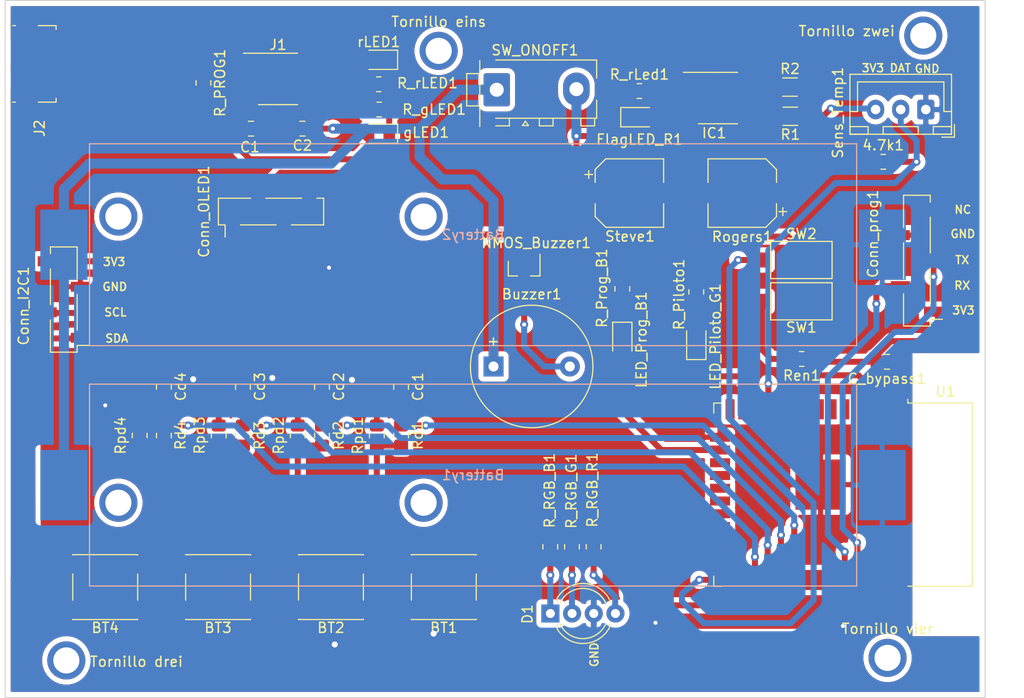
<source format=kicad_pcb>
(kicad_pcb (version 20171130) (host pcbnew "(5.1.10-1-10_14)")
  (layers (0 F.Cu signal) (31 B.Cu signal) (34 B.Paste user) (35 F.Paste user hide) (36 B.SilkS user hide) (37 F.SilkS user) (38 B.Mask user hide) (39 F.Mask user hide) (44 Edge.Cuts user))
  (net 0 "")
  (net 1 "Net-(IC1-Pad7)")
  (net 2 "Net-(IC1-Pad8)")
  (net 3 /3.3v)
  (net 4 "Net-(4.7k1-Pad2)")
  (net 5 /Batt)
  (net 6 GND)
  (net 7 "Net-(BT1-Pad2)")
  (net 8 "Net-(BT2-Pad2)")
  (net 9 "Net-(BT3-Pad2)")
  (net 10 "Net-(BT4-Pad2)")
  (net 11 "Net-(Buzzer1-Pad2)")
  (net 12 "Net-(C1-Pad1)")
  (net 13 /Button1/Sw)
  (net 14 "/Button2 /Sw")
  (net 15 /Button3/Sw)
  (net 16 /Button4/Sw)
  (net 17 "Net-(Conn_I2C1-Pad2)")
  (net 18 "Net-(D1-Pad1)")
  (net 19 "Net-(D1-Pad2)")
  (net 20 "Net-(FlagLED_R1-Pad1)")
  (net 21 "Net-(FlagLED_R1-Pad2)")
  (net 22 "Net-(R_gLED1-Pad2)")
  (net 23 "Net-(J1-Pad2)")
  (net 24 "Net-(J1-Pad6)")
  (net 25 "Net-(J1-Pad7)")
  (net 26 "Net-(J1-Pad8)")
  (net 27 "Net-(J2-Pad4)")
  (net 28 "Net-(J2-Pad3)")
  (net 29 "Net-(LED_Piloto_G1-Pad2)")
  (net 30 "Net-(LED_Prog_B1-Pad2)")
  (net 31 "Net-(LED_Prog_B1-Pad1)")
  (net 32 "Net-(NMOS_Buzzer1-Pad1)")
  (net 33 "Net-(R_RGB_B1-Pad2)")
  (net 34 "Net-(R_RGB_G1-Pad2)")
  (net 35 "Net-(R_RGB_R1-Pad2)")
  (net 36 "Net-(R_rLED1-Pad1)")
  (net 37 "Net-(Ren1-Pad2)")
  (net 38 "Net-(SW2-Pad1)")
  (net 39 "Net-(U1-Pad4)")
  (net 40 "Net-(U1-Pad5)")
  (net 41 "Net-(U1-Pad13)")
  (net 42 "Net-(U1-Pad14)")
  (net 43 "Net-(U1-Pad17)")
  (net 44 "Net-(U1-Pad18)")
  (net 45 "Net-(U1-Pad19)")
  (net 46 "Net-(U1-Pad20)")
  (net 47 "Net-(U1-Pad21)")
  (net 48 "Net-(U1-Pad22)")
  (net 49 "Net-(U1-Pad31)")
  (net 50 "Net-(U1-Pad32)")
  (net 51 "Net-(Conn_prog1-Pad5)")
  (net 52 "Net-(Conn_prog1-Pad3)")
  (net 53 "Net-(Conn_prog1-Pad2)")
  (net 54 "Net-(U1-Pad10)")
  (net 55 "Net-(U1-Pad37)")
  (net 56 "Net-(D1-Pad4)")
  (net 57 "Net-(U1-Pad6)")
  (net 58 "Net-(U1-Pad7)")
  (net 59 "Net-(U1-Pad8)")
  (net 60 "Net-(U1-Pad9)")
  (net 61 "Net-(Conn_I2C1-Pad1)")
  (net 62 "Net-(J2-Pad2)")
  (module Resistor_SMD:R_1206_3216Metric_Pad1.30x1.75mm_HandSolder (layer F.Cu) (at 139.3825 99.3648)
    (fp_text reference R2 (at 0 -1.82) (layer F.SilkS))
    (fp_text value 4.02k)
    (pad 2 smd roundrect (at 1.55 0) (size 1.3 1.75) (layers F.Cu F.Paste F.Mask) (roundrect_rratio 0.192308) (net 6 GND))
    (pad 1 smd roundrect (at -1.55 0) (size 1.3 1.75) (layers F.Cu F.Paste F.Mask) (roundrect_rratio 0.192308) (net 1 "Net-(IC1-Pad7)"))
  )
  (module Resistor_SMD:R_1206_3216Metric_Pad1.30x1.75mm_HandSolder (layer F.Cu) (at 139.4206 102.2731 180)
    (fp_text reference R1 (at 0 -1.82) (layer F.SilkS))
    (fp_text value 6.98k)
    (pad 2 smd roundrect (at 1.55 0 180) (size 1.3 1.75) (layers F.Cu F.Paste F.Mask) (roundrect_rratio 0.192308) (net 1 "Net-(IC1-Pad7)"))
    (pad 1 smd roundrect (at -1.55 0 180) (size 1.3 1.75) (layers F.Cu F.Paste F.Mask) (roundrect_rratio 0.192308) (net 3 /3.3v))
  )
  (module Connector_TE-Connectivity:TE_MATE-N-LOK_1-770866-x_1x02_P4.14mm_Vertical (layer F.Cu) (at 113.03 99.568 90)
    (fp_text reference SW_ONOFF1 (at 3.8735 0.9525 180) (layer F.SilkS))
    (fp_text value SW_Push)
    (pad 2 thru_hole oval (at 0 5.08 90) (size 3.3 2.64) (drill 1.4) (layers *.Cu *.Mask) (net 21 "Net-(FlagLED_R1-Pad2)"))
    (pad 1 thru_hole roundrect (at -0.0635 -2.8575 90) (size 3.3 2.64) (drill 1.4) (layers *.Cu *.Mask) (roundrect_rratio 0.0946969696969697) (net 5 /Batt))
  )
  (module Resistor_SMD:R_0805_2012Metric_Pad1.20x1.40mm_HandSolder (layer F.Cu) (at 98.4283 99.0854 180)
    (fp_text reference R_rLED1 (at -4.8481 0.1143) (layer F.SilkS))
    (fp_text value 1k)
    (pad 2 smd roundrect (at 1 0 180) (size 1.2 1.4) (layers F.Cu F.Paste F.Mask) (roundrect_rratio 0.208333) (net 25 "Net-(J1-Pad7)"))
    (pad 1 smd roundrect (at -1 0 180) (size 1.2 1.4) (layers F.Cu F.Paste F.Mask) (roundrect_rratio 0.208333) (net 36 "Net-(R_rLED1-Pad1)"))
  )
  (module Connector_USB:USB_Micro-B_Molex_47346-0001 (layer F.Cu) (at 64.5795 97.0534 270)
    (fp_text reference J2 (at 6.4135 -0.0635 270) (layer F.SilkS))
    (fp_text value USB_B_Micro)
    (pad 6 smd rect (at 1.55 1.2 270) (size 1 1.9) (layers F.Cu F.Paste F.Mask) (net 6 GND))
    (pad 6 smd rect (at -1.15 1.2 270) (size 1.8 1.9) (layers F.Cu F.Paste F.Mask) (net 6 GND))
    (pad 6 smd rect (at 3.375 1.2 270) (size 1.65 1.3) (layers F.Cu F.Paste F.Mask) (net 6 GND))
    (pad 6 smd rect (at -3.375 1.2 270) (size 1.65 1.3) (layers F.Cu F.Paste F.Mask) (net 6 GND))
    (pad 6 smd rect (at 2.4875 -1.375 270) (size 1.425 1.55) (layers F.Cu F.Paste F.Mask) (net 6 GND))
    (pad 6 smd rect (at -2.4875 -1.375 270) (size 1.425 1.55) (layers F.Cu F.Paste F.Mask) (net 6 GND))
    (pad 5 smd rect (at 1.3 -1.46 270) (size 0.45 1.38) (layers F.Cu F.Paste F.Mask) (net 6 GND))
    (pad 4 smd rect (at 0.65 -1.46 270) (size 0.45 1.38) (layers F.Cu F.Paste F.Mask) (net 27 "Net-(J2-Pad4)"))
    (pad 3 smd rect (at 0 -1.46 270) (size 0.45 1.38) (layers F.Cu F.Paste F.Mask) (net 28 "Net-(J2-Pad3)"))
    (pad 2 smd rect (at -0.65 -1.46 270) (size 0.45 1.38) (layers F.Cu F.Paste F.Mask) (net 62 "Net-(J2-Pad2)"))
    (pad 1 smd rect (at -1.3 -1.46 270) (size 0.45 1.38) (layers F.Cu F.Paste F.Mask) (net 12 "Net-(C1-Pad1)"))
  )
  (module Button_Switch_SMD:SW_SPST_CK_RS282G05A3 (layer F.Cu) (at 140.5128 116.586)
    (fp_text reference SW2 (at 0 -2.6) (layer F.SilkS))
    (fp_text value SW_Push)
    (pad 2 smd rect (at 3.9 0) (size 1.5 1.5) (layers F.Cu F.Paste F.Mask) (net 6 GND))
    (pad 1 smd rect (at -3.9 0) (size 1.5 1.5) (layers F.Cu F.Paste F.Mask) (net 38 "Net-(SW2-Pad1)"))
  )
  (module Button_Switch_SMD:SW_SPST_CK_RS282G05A3 (layer F.Cu) (at 140.5128 120.7008 180)
    (fp_text reference SW1 (at 0 -2.6) (layer F.SilkS))
    (fp_text value SW_Push)
    (pad 2 smd rect (at 3.9 0 180) (size 1.5 1.5) (layers F.Cu F.Paste F.Mask) (net 37 "Net-(Ren1-Pad2)"))
    (pad 1 smd rect (at -3.9 0 180) (size 1.5 1.5) (layers F.Cu F.Paste F.Mask) (net 6 GND))
  )
  (module Capacitor_SMD:C_0805_2012Metric_Pad1.18x1.45mm_HandSolder (layer F.Cu) (at 149.0384 126.7206 180)
    (fp_text reference C_bypass1 (at 0 -1.68) (layer F.SilkS))
    (fp_text value 100pF)
    (pad 2 smd roundrect (at 1.0375 0 180) (size 1.175 1.45) (layers F.Cu F.Paste F.Mask) (roundrect_rratio 0.212766) (net 3 /3.3v))
    (pad 1 smd roundrect (at -1.0375 0 180) (size 1.175 1.45) (layers F.Cu F.Paste F.Mask) (roundrect_rratio 0.212766) (net 6 GND))
  )
  (module Connector_PinSocket_2.54mm:PinSocket_1x04_P2.54mm_Vertical_SMD_Pin1Left (layer F.Cu) (at 87.6935 111.76 90)
    (fp_text reference Conn_OLED1 (at 0 -6.68 90) (layer F.SilkS))
    (fp_text value Conn_01x04_Female)
    (pad 4 smd rect (at 1.65 3.81 90) (size 1.9 1) (layers F.Cu F.Paste F.Mask) (net 61 "Net-(Conn_I2C1-Pad1)"))
    (pad 2 smd rect (at 1.65 -1.27 90) (size 1.9 1) (layers F.Cu F.Paste F.Mask) (net 3 /3.3v))
    (pad 3 smd rect (at -1.65 1.27 90) (size 1.9 1) (layers F.Cu F.Paste F.Mask) (net 17 "Net-(Conn_I2C1-Pad2)"))
    (pad 1 smd rect (at -1.65 -3.81 90) (size 1.9 1) (layers F.Cu F.Paste F.Mask) (net 6 GND))
    (pad "" thru_hole circle (at -29 -15.2 90) (size 3.8 3.8) (drill 2.6) (layers *.Cu *.Mask))
    (pad "" thru_hole circle (at -0.5 -15.2 90) (size 3.8 3.8) (drill 2.6) (layers *.Cu *.Mask))
    (pad "" thru_hole circle (at -0.5 15.2 90) (size 3.8 3.8) (drill 2.6) (layers *.Cu *.Mask))
    (pad "" thru_hole circle (at -29 15.2 90) (size 3.8 3.8) (drill 2.6) (layers *.Cu *.Mask))
  )
  (module MountingHole:MountingHole_2.2mm_M2_DIN965_Pad (layer F.Cu) (at 149.098 156.21)
    (fp_text reference "Tornillo vier" (at 0 -2.9) (layer F.SilkS))
    (fp_text value MountingHole_2.2mm_M2_DIN965_Pad)
    (pad 1 thru_hole circle (at 0 0) (size 3.8 3.8) (drill 2.6) (layers *.Cu *.Mask))
  )
  (module MountingHole:MountingHole_2.2mm_M2_DIN965_Pad (layer F.Cu) (at 67.31 156.464)
    (fp_text reference "Tornillo drei" (at 6.985 0.127) (layer F.SilkS))
    (fp_text value MountingHole_2.2mm_M2_DIN965_Pad)
    (pad 1 thru_hole circle (at 0 0) (size 3.8 3.8) (drill 2.6) (layers *.Cu *.Mask))
  )
  (module MountingHole:MountingHole_2.2mm_M2_DIN965_Pad (layer F.Cu) (at 152.654 94.234)
    (fp_text reference "Tornillo zwei" (at -7.62 -0.4445) (layer F.SilkS))
    (fp_text value MountingHole_2.2mm_M2_DIN965_Pad)
    (pad 1 thru_hole circle (at 0 0) (size 3.8 3.8) (drill 2.6) (layers *.Cu *.Mask))
  )
  (module MountingHole:MountingHole_2.2mm_M2_DIN965_Pad (layer F.Cu) (at 104.394 95.758)
    (fp_text reference "Tornillo eins" (at 0 -2.9) (layer F.SilkS))
    (fp_text value MountingHole_2.2mm_M2_DIN965_Pad)
    (pad 1 thru_hole circle (at 0 0) (size 3.8 3.8) (drill 2.6) (layers *.Cu *.Mask))
  )
  (module Connector_PinSocket_2.54mm:PinSocket_1x05_P2.54mm_Vertical_SMD_Pin1Left (layer F.Cu) (at 152.019 116.6495 180)
    (fp_text reference Conn_prog1 (at 4.3815 2.667 270) (layer F.SilkS))
    (fp_text value Conn_01x05_Female)
    (pad 4 smd rect (at 1.65 2.54 180) (size 1.9 1) (layers F.Cu F.Paste F.Mask) (net 6 GND))
    (pad 2 smd rect (at 1.65 -2.54 180) (size 1.9 1) (layers F.Cu F.Paste F.Mask) (net 53 "Net-(Conn_prog1-Pad2)"))
    (pad 5 smd rect (at -1.65 5.08 180) (size 1.9 1) (layers F.Cu F.Paste F.Mask) (net 51 "Net-(Conn_prog1-Pad5)"))
    (pad 3 smd rect (at -1.65 0 180) (size 1.9 1) (layers F.Cu F.Paste F.Mask) (net 52 "Net-(Conn_prog1-Pad3)"))
    (pad 1 smd rect (at -1.65 -5.08 180) (size 1.9 1) (layers F.Cu F.Paste F.Mask) (net 3 /3.3v))
  )
  (module Button_Switch_SMD:SW_Push_1P1T_NO_6x6mm_H9.5mm (layer F.Cu) (at 71.1835 149.1615 180)
    (fp_text reference BT4 (at 0 -4.05) (layer F.SilkS))
    (fp_text value SW_Push)
    (pad 2 smd rect (at 3.975 2.25 180) (size 1.55 1.3) (layers F.Cu F.Paste F.Mask) (net 10 "Net-(BT4-Pad2)"))
    (pad 1 smd rect (at 3.975 -2.25 180) (size 1.55 1.3) (layers F.Cu F.Paste F.Mask) (net 6 GND))
    (pad 1 smd rect (at -3.975 -2.25 180) (size 1.55 1.3) (layers F.Cu F.Paste F.Mask) (net 6 GND))
    (pad 2 smd rect (at -3.975 2.25 180) (size 1.55 1.3) (layers F.Cu F.Paste F.Mask) (net 10 "Net-(BT4-Pad2)"))
  )
  (module Button_Switch_SMD:SW_Push_1P1T_NO_6x6mm_H9.5mm (layer F.Cu) (at 82.423 149.1615 180)
    (fp_text reference BT3 (at 0 -4.05) (layer F.SilkS))
    (fp_text value SW_Push)
    (pad 2 smd rect (at 3.975 2.25 180) (size 1.55 1.3) (layers F.Cu F.Paste F.Mask) (net 9 "Net-(BT3-Pad2)"))
    (pad 1 smd rect (at 3.975 -2.25 180) (size 1.55 1.3) (layers F.Cu F.Paste F.Mask) (net 6 GND))
    (pad 1 smd rect (at -3.975 -2.25 180) (size 1.55 1.3) (layers F.Cu F.Paste F.Mask) (net 6 GND))
    (pad 2 smd rect (at -3.975 2.25 180) (size 1.55 1.3) (layers F.Cu F.Paste F.Mask) (net 9 "Net-(BT3-Pad2)"))
  )
  (module Button_Switch_SMD:SW_Push_1P1T_NO_6x6mm_H9.5mm (layer F.Cu) (at 93.6625 149.1615 180)
    (fp_text reference BT2 (at 0 -4.05) (layer F.SilkS))
    (fp_text value SW_Push)
    (pad 2 smd rect (at 3.975 2.25 180) (size 1.55 1.3) (layers F.Cu F.Paste F.Mask) (net 8 "Net-(BT2-Pad2)"))
    (pad 1 smd rect (at 3.975 -2.25 180) (size 1.55 1.3) (layers F.Cu F.Paste F.Mask) (net 6 GND))
    (pad 1 smd rect (at -3.975 -2.25 180) (size 1.55 1.3) (layers F.Cu F.Paste F.Mask) (net 6 GND))
    (pad 2 smd rect (at -3.975 2.25 180) (size 1.55 1.3) (layers F.Cu F.Paste F.Mask) (net 8 "Net-(BT2-Pad2)"))
  )
  (module Button_Switch_SMD:SW_Push_1P1T_NO_6x6mm_H9.5mm (layer F.Cu) (at 104.9025 149.1615 180)
    (fp_text reference BT1 (at 0 -4.05) (layer F.SilkS))
    (fp_text value SW_Push)
    (pad 2 smd rect (at 3.975 2.25 180) (size 1.55 1.3) (layers F.Cu F.Paste F.Mask) (net 7 "Net-(BT1-Pad2)"))
    (pad 1 smd rect (at 3.975 -2.25 180) (size 1.55 1.3) (layers F.Cu F.Paste F.Mask) (net 6 GND))
    (pad 1 smd rect (at -3.975 -2.25 180) (size 1.55 1.3) (layers F.Cu F.Paste F.Mask) (net 6 GND))
    (pad 2 smd rect (at -3.975 2.25 180) (size 1.55 1.3) (layers F.Cu F.Paste F.Mask) (net 7 "Net-(BT1-Pad2)"))
  )
  (module Capacitor_SMD:C_0805_2012Metric_Pad1.18x1.45mm_HandSolder (layer F.Cu) (at 77.0255 129.201 270)
    (fp_text reference Cd4 (at 0 -1.68 90) (layer F.SilkS))
    (fp_text value 0.1u)
    (pad 2 smd roundrect (at 1.0375 0 270) (size 1.175 1.45) (layers F.Cu F.Paste F.Mask) (roundrect_rratio 0.2127659574468085) (net 16 /Button4/Sw))
    (pad 1 smd roundrect (at -1.0375 0 270) (size 1.175 1.45) (layers F.Cu F.Paste F.Mask) (roundrect_rratio 0.2127659574468085) (net 6 GND))
  )
  (module Capacitor_SMD:C_0805_2012Metric_Pad1.18x1.45mm_HandSolder (layer F.Cu) (at 84.8995 129.201 270)
    (fp_text reference Cd3 (at 0 -1.68 90) (layer F.SilkS))
    (fp_text value 0.1u)
    (pad 2 smd roundrect (at 1.0375 0 270) (size 1.175 1.45) (layers F.Cu F.Paste F.Mask) (roundrect_rratio 0.2127659574468085) (net 15 /Button3/Sw))
    (pad 1 smd roundrect (at -1.0375 0 270) (size 1.175 1.45) (layers F.Cu F.Paste F.Mask) (roundrect_rratio 0.2127659574468085) (net 6 GND))
  )
  (module Capacitor_SMD:C_0805_2012Metric_Pad1.18x1.45mm_HandSolder (layer F.Cu) (at 92.7735 129.201 270)
    (fp_text reference Cd2 (at 0 -1.68 90) (layer F.SilkS))
    (fp_text value 0.1u)
    (pad 2 smd roundrect (at 1.0375 0 270) (size 1.175 1.45) (layers F.Cu F.Paste F.Mask) (roundrect_rratio 0.2127659574468085) (net 14 "/Button2 /Sw"))
    (pad 1 smd roundrect (at -1.0375 0 270) (size 1.175 1.45) (layers F.Cu F.Paste F.Mask) (roundrect_rratio 0.2127659574468085) (net 6 GND))
  )
  (module Capacitor_SMD:C_0805_2012Metric_Pad1.18x1.45mm_HandSolder (layer F.Cu) (at 100.6475 129.201 270)
    (fp_text reference Cd1 (at 0 -1.68 90) (layer F.SilkS))
    (fp_text value 0.1u)
    (pad 2 smd roundrect (at 1.0375 0 270) (size 1.175 1.45) (layers F.Cu F.Paste F.Mask) (roundrect_rratio 0.2127659574468085) (net 13 /Button1/Sw))
    (pad 1 smd roundrect (at -1.0375 0 270) (size 1.175 1.45) (layers F.Cu F.Paste F.Mask) (roundrect_rratio 0.2127659574468085) (net 6 GND))
  )
  (module Capacitor_SMD:C_0805_2012Metric_Pad1.18x1.45mm_HandSolder (layer F.Cu) (at 90.8265 103.505 180)
    (fp_text reference C2 (at 0 -1.68) (layer F.SilkS))
    (fp_text value 10u)
    (pad 2 smd roundrect (at 1.0375 0 180) (size 1.175 1.45) (layers F.Cu F.Paste F.Mask) (roundrect_rratio 0.2127659574468085) (net 6 GND))
    (pad 1 smd roundrect (at -1.0375 0 180) (size 1.175 1.45) (layers F.Cu F.Paste F.Mask) (roundrect_rratio 0.2127659574468085) (net 5 /Batt))
  )
  (module Capacitor_SMD:C_0805_2012Metric_Pad1.18x1.45mm_HandSolder (layer F.Cu) (at 85.7035 103.505)
    (fp_text reference C1 (at -0.1055 1.8415) (layer F.SilkS))
    (fp_text value 10u)
    (pad 2 smd roundrect (at 1.0375 0) (size 1.175 1.45) (layers F.Cu F.Paste F.Mask) (roundrect_rratio 0.2127659574468085) (net 6 GND))
    (pad 1 smd roundrect (at -1.0375 0) (size 1.175 1.45) (layers F.Cu F.Paste F.Mask) (roundrect_rratio 0.2127659574468085) (net 12 "Net-(C1-Pad1)"))
  )
  (module Battery:BatteryHolder_MPD_BH-18650-PC2 (layer B.Cu) (at 71.8185 139.0015)
    (fp_text reference Battery1 (at 36 -1) (layer B.SilkS) (effects (justify mirror)))
    (fp_text value Battery_Cell)
    (pad 1 smd rect (at -4.75 0) (size 4.7 7) (layers B.Cu B.Paste B.Mask) (net 5 /Batt))
    (pad 2 smd rect (at 76.75 0) (size 4.7 7) (layers B.Cu B.Paste B.Mask) (net 6 GND))
  )
  (module Battery:BatteryHolder_MPD_BH-18650-PC2 (layer B.Cu) (at 71.8185 115.062)
    (fp_text reference Battery2 (at 36 -1) (layer B.SilkS) (effects (justify mirror)))
    (fp_text value Battery_Cell)
    (pad 2 smd rect (at 76.75 0) (size 4.7 7) (layers B.Cu B.Paste B.Mask) (net 6 GND))
    (pad 1 smd rect (at -4.75 0) (size 4.7 7) (layers B.Cu B.Paste B.Mask) (net 5 /Batt))
  )
  (module Resistor_SMD:R_0805_2012Metric_Pad1.20x1.40mm_HandSolder (layer F.Cu) (at 148.6695 106.807)
    (fp_text reference 4.7k1 (at 0 -1.65) (layer F.SilkS))
    (fp_text value R_OneWire)
    (pad 2 smd roundrect (at 1 0) (size 1.2 1.4) (layers F.Cu F.Paste F.Mask) (roundrect_rratio 0.2083325) (net 4 "Net-(4.7k1-Pad2)"))
    (pad 1 smd roundrect (at -1 0) (size 1.2 1.4) (layers F.Cu F.Paste F.Mask) (roundrect_rratio 0.2083325) (net 3 /3.3v))
  )
  (module Buzzer_Beeper:Buzzer_12x9.5RM7.6 (layer F.Cu) (at 109.855 127.1905)
    (fp_text reference Buzzer1 (at 3.8 -7.2) (layer F.SilkS))
    (fp_text value Buzzer)
    (fp_text user + (at -0.01 -2.54) (layer F.SilkS))
    (pad 1 thru_hole rect (at 0 0) (size 2 2) (drill 1) (layers *.Cu *.Mask) (net 5 /Batt))
    (pad 2 thru_hole circle (at 7.6 0) (size 2 2) (drill 1) (layers *.Cu *.Mask) (net 11 "Net-(Buzzer1-Pad2)"))
  )
  (module LED_THT:LED_D5.0mm-4_RGB_Wide_Pins (layer F.Cu) (at 115.5192 151.7904)
    (fp_text reference D1 (at -2.286 0.0635 90) (layer F.SilkS))
    (fp_text value LED_RGBC)
    (pad 1 thru_hole rect (at 0 0) (size 1.8 1.8) (drill 0.9) (layers *.Cu *.Mask) (net 18 "Net-(D1-Pad1)"))
    (pad 2 thru_hole circle (at 2.159 0) (size 1.8 1.8) (drill 0.9) (layers *.Cu *.Mask) (net 19 "Net-(D1-Pad2)"))
    (pad 3 thru_hole circle (at 4.318 0) (size 1.8 1.8) (drill 0.9) (layers *.Cu *.Mask) (net 6 GND))
    (pad 4 thru_hole circle (at 6.477 0) (size 1.8 1.8) (drill 0.9) (layers *.Cu *.Mask) (net 56 "Net-(D1-Pad4)"))
  )
  (module LED_SMD:LED_0805_2012Metric_Pad1.15x1.40mm_HandSolder (layer F.Cu) (at 124.3875 102.362)
    (fp_text reference FlagLED_R1 (at 0.009 2.2225) (layer F.SilkS))
    (fp_text value LED)
    (pad 1 smd roundrect (at -1.025 0) (size 1.15 1.4) (layers F.Cu F.Paste F.Mask) (roundrect_rratio 0.2173904347826087) (net 20 "Net-(FlagLED_R1-Pad1)"))
    (pad 2 smd roundrect (at 1.025 0) (size 1.15 1.4) (layers F.Cu F.Paste F.Mask) (roundrect_rratio 0.2173904347826087) (net 21 "Net-(FlagLED_R1-Pad2)"))
  )
  (module LED_SMD:LED_0805_2012Metric_Pad1.15x1.40mm_HandSolder (layer F.Cu) (at 98.4414 104.013 180)
    (fp_text reference gLED1 (at -4.708 0.127) (layer F.SilkS))
    (fp_text value LED)
    (pad 2 smd roundrect (at 1.025 0 180) (size 1.15 1.4) (layers F.Cu F.Paste F.Mask) (roundrect_rratio 0.2173904347826087) (net 12 "Net-(C1-Pad1)"))
    (pad 1 smd roundrect (at -1.025 0 180) (size 1.15 1.4) (layers F.Cu F.Paste F.Mask) (roundrect_rratio 0.2173904347826087) (net 22 "Net-(R_gLED1-Pad2)"))
  )
  (module Package_SO:SOIC-8-1EP_3.9x4.9mm_P1.27mm_EP2.514x3.2mm (layer F.Cu) (at 132.207 100.457)
    (fp_text reference IC1 (at -0.381 3.4925) (layer F.SilkS))
    (fp_text value MIC37303YME)
    (pad 9 smd rect (at 0 0) (size 2.514 3.2) (layers F.Cu F.Mask) (net 6 GND))
    (pad 8 smd roundrect (at 2.6375 -1.905) (size 1.625 0.6) (layers F.Cu F.Paste F.Mask) (net 2 "Net-(IC1-Pad8)"))
    (pad 7 smd roundrect (at 2.6375 -0.635) (size 1.625 0.6) (layers F.Cu F.Paste F.Mask) (net 1 "Net-(IC1-Pad7)"))
    (pad 6 smd roundrect (at 2.6375 0.635) (size 1.625 0.6) (layers F.Cu F.Paste F.Mask) (net 3 /3.3v))
    (pad 5 smd roundrect (at 2.6375 1.905) (size 1.625 0.6) (layers F.Cu F.Paste F.Mask) (net 3 /3.3v))
    (pad 4 smd roundrect (at -2.6375 1.905) (size 1.625 0.6) (layers F.Cu F.Paste F.Mask) (net 21 "Net-(FlagLED_R1-Pad2)"))
    (pad 3 smd roundrect (at -2.6375 0.635) (size 1.625 0.6) (layers F.Cu F.Paste F.Mask) (net 21 "Net-(FlagLED_R1-Pad2)"))
    (pad 2 smd roundrect (at -2.6375 -0.635) (size 1.625 0.6) (layers F.Cu F.Paste F.Mask) (net 21 "Net-(FlagLED_R1-Pad2)"))
    (pad 1 smd roundrect (at -2.6375 -1.905) (size 1.625 0.6) (layers F.Cu F.Paste F.Mask) (net 6 GND))
  )
  (module Package_SO:SOIC-8-1EP_3.9x4.9mm_P1.27mm_EP2.514x3.2mm (layer F.Cu) (at 88.392 98.552)
    (fp_text reference J1 (at 0 -3.4) (layer F.SilkS))
    (fp_text value TP4056)
    (pad 1 smd roundrect (at -2.6375 -1.905) (size 1.625 0.6) (layers F.Cu F.Paste F.Mask) (net 6 GND))
    (pad 2 smd roundrect (at -2.6375 -0.635) (size 1.625 0.6) (layers F.Cu F.Paste F.Mask) (net 23 "Net-(J1-Pad2)"))
    (pad 3 smd roundrect (at -2.6375 0.635) (size 1.625 0.6) (layers F.Cu F.Paste F.Mask) (net 6 GND))
    (pad 4 smd roundrect (at -2.6375 1.905) (size 1.625 0.6) (layers F.Cu F.Paste F.Mask) (net 12 "Net-(C1-Pad1)"))
    (pad 5 smd roundrect (at 2.6375 1.905) (size 1.625 0.6) (layers F.Cu F.Paste F.Mask) (net 5 /Batt))
    (pad 6 smd roundrect (at 2.6375 0.635) (size 1.625 0.6) (layers F.Cu F.Paste F.Mask) (net 24 "Net-(J1-Pad6)"))
    (pad 7 smd roundrect (at 2.6375 -0.635) (size 1.625 0.6) (layers F.Cu F.Paste F.Mask) (net 25 "Net-(J1-Pad7)"))
    (pad 8 smd roundrect (at 2.6375 -1.905) (size 1.625 0.6) (layers F.Cu F.Paste F.Mask) (net 26 "Net-(J1-Pad8)"))
    (pad 9 smd rect (at 0 0) (size 2.514 3.2) (layers F.Cu F.Mask) (net 6 GND))
  )
  (module LED_SMD:LED_0805_2012Metric_Pad1.15x1.40mm_HandSolder (layer F.Cu) (at 130.048 124.6415 90)
    (fp_text reference LED_Piloto_G1 (at 0.4355 1.905 270) (layer F.SilkS))
    (fp_text value LED)
    (pad 2 smd roundrect (at 1.025 0 90) (size 1.15 1.4) (layers F.Cu F.Paste F.Mask) (roundrect_rratio 0.2173904347826087) (net 29 "Net-(LED_Piloto_G1-Pad2)"))
    (pad 1 smd roundrect (at -1.025 0 90) (size 1.15 1.4) (layers F.Cu F.Paste F.Mask) (roundrect_rratio 0.2173904347826087) (net 6 GND))
  )
  (module LED_SMD:LED_0805_2012Metric_Pad1.15x1.40mm_HandSolder (layer F.Cu) (at 122.682 124.6415 270)
    (fp_text reference LED_Prog_B1 (at -0.118 -1.905 90) (layer F.SilkS))
    (fp_text value LED)
    (pad 1 smd roundrect (at -1.025 0 270) (size 1.15 1.4) (layers F.Cu F.Paste F.Mask) (roundrect_rratio 0.2173904347826087) (net 31 "Net-(LED_Prog_B1-Pad1)"))
    (pad 2 smd roundrect (at 1.025 0 270) (size 1.15 1.4) (layers F.Cu F.Paste F.Mask) (roundrect_rratio 0.2173904347826087) (net 30 "Net-(LED_Prog_B1-Pad2)"))
  )
  (module Package_TO_SOT_SMD:SOT-23 (layer F.Cu) (at 112.903 117.4115 270)
    (fp_text reference NMOS_Buzzer1 (at -2.524 -1.204 180) (layer F.SilkS))
    (fp_text value Q_NMOS_GSD)
    (pad 1 smd rect (at -1 -0.95 270) (size 0.9 0.8) (layers F.Cu F.Paste F.Mask) (net 32 "Net-(NMOS_Buzzer1-Pad1)"))
    (pad 2 smd rect (at -1 0.95 270) (size 0.9 0.8) (layers F.Cu F.Paste F.Mask) (net 6 GND))
    (pad 3 smd rect (at 1 0 270) (size 0.9 0.8) (layers F.Cu F.Paste F.Mask) (net 11 "Net-(Buzzer1-Pad2)"))
  )
  (module Resistor_SMD:R_0805_2012Metric_Pad1.20x1.40mm_HandSolder (layer F.Cu) (at 98.4664 101.6)
    (fp_text reference R_gLED1 (at 5.477 0) (layer F.SilkS))
    (fp_text value 1k)
    (pad 1 smd roundrect (at -1 0) (size 1.2 1.4) (layers F.Cu F.Paste F.Mask) (roundrect_rratio 0.2083325) (net 24 "Net-(J1-Pad6)"))
    (pad 2 smd roundrect (at 1 0) (size 1.2 1.4) (layers F.Cu F.Paste F.Mask) (roundrect_rratio 0.2083325) (net 22 "Net-(R_gLED1-Pad2)"))
  )
  (module Resistor_SMD:R_0805_2012Metric_Pad1.20x1.40mm_HandSolder (layer F.Cu) (at 130.048 119.761 270)
    (fp_text reference R_Piloto1 (at 0.254 1.7145 270) (layer F.SilkS))
    (fp_text value 180)
    (pad 2 smd roundrect (at 1 0 270) (size 1.2 1.4) (layers F.Cu F.Paste F.Mask) (roundrect_rratio 0.2083325) (net 29 "Net-(LED_Piloto_G1-Pad2)"))
    (pad 1 smd roundrect (at -1 0 270) (size 1.2 1.4) (layers F.Cu F.Paste F.Mask) (roundrect_rratio 0.2083325) (net 3 /3.3v))
  )
  (module Resistor_SMD:R_0805_2012Metric_Pad1.20x1.40mm_HandSolder (layer F.Cu) (at 80.9625 98.949 270)
    (fp_text reference R_PROG1 (at 0 -1.65 90) (layer F.SilkS))
    (fp_text value 4.7k)
    (pad 2 smd roundrect (at 1 0 270) (size 1.2 1.4) (layers F.Cu F.Paste F.Mask) (roundrect_rratio 0.2083325) (net 6 GND))
    (pad 1 smd roundrect (at -1 0 270) (size 1.2 1.4) (layers F.Cu F.Paste F.Mask) (roundrect_rratio 0.2083325) (net 23 "Net-(J1-Pad2)"))
  )
  (module Resistor_SMD:R_0805_2012Metric_Pad1.20x1.40mm_HandSolder (layer F.Cu) (at 122.682 119.4595 270)
    (fp_text reference R_Prog_B1 (at -0.0795 2.032 270) (layer F.SilkS))
    (fp_text value 47)
    (pad 2 smd roundrect (at 1 0 270) (size 1.2 1.4) (layers F.Cu F.Paste F.Mask) (roundrect_rratio 0.2083325) (net 31 "Net-(LED_Prog_B1-Pad1)"))
    (pad 1 smd roundrect (at -1 0 270) (size 1.2 1.4) (layers F.Cu F.Paste F.Mask) (roundrect_rratio 0.2083325) (net 6 GND))
  )
  (module Resistor_SMD:R_0805_2012Metric_Pad1.20x1.40mm_HandSolder (layer F.Cu) (at 115.5065 145.145 90)
    (fp_text reference R_RGB_B1 (at 5.604 -0.0635 90) (layer F.SilkS))
    (fp_text value 47)
    (pad 2 smd roundrect (at 1 0 90) (size 1.2 1.4) (layers F.Cu F.Paste F.Mask) (roundrect_rratio 0.2083325) (net 33 "Net-(R_RGB_B1-Pad2)"))
    (pad 1 smd roundrect (at -1 0 90) (size 1.2 1.4) (layers F.Cu F.Paste F.Mask) (roundrect_rratio 0.2083325) (net 18 "Net-(D1-Pad1)"))
  )
  (module Resistor_SMD:R_0805_2012Metric_Pad1.20x1.40mm_HandSolder (layer F.Cu) (at 117.6655 145.145 90)
    (fp_text reference R_RGB_G1 (at 5.5405 -0.0635 90) (layer F.SilkS))
    (fp_text value 47)
    (pad 1 smd roundrect (at -1 0 90) (size 1.2 1.4) (layers F.Cu F.Paste F.Mask) (roundrect_rratio 0.2083325) (net 19 "Net-(D1-Pad2)"))
    (pad 2 smd roundrect (at 1 0 90) (size 1.2 1.4) (layers F.Cu F.Paste F.Mask) (roundrect_rratio 0.2083325) (net 34 "Net-(R_RGB_G1-Pad2)"))
  )
  (module Resistor_SMD:R_0805_2012Metric_Pad1.20x1.40mm_HandSolder (layer F.Cu) (at 119.8245 145.145 90)
    (fp_text reference R_RGB_R1 (at 5.6675 -0.127 90) (layer F.SilkS))
    (fp_text value 180)
    (pad 2 smd roundrect (at 1 0 90) (size 1.2 1.4) (layers F.Cu F.Paste F.Mask) (roundrect_rratio 0.2083325) (net 35 "Net-(R_RGB_R1-Pad2)"))
    (pad 1 smd roundrect (at -1 0 90) (size 1.2 1.4) (layers F.Cu F.Paste F.Mask) (roundrect_rratio 0.2083325) (net 56 "Net-(D1-Pad4)"))
  )
  (module Resistor_SMD:R_0805_2012Metric_Pad1.20x1.40mm_HandSolder (layer F.Cu) (at 124.3805 99.7585)
    (fp_text reference R_rLed1 (at 0 -1.65) (layer F.SilkS))
    (fp_text value 270)
    (pad 2 smd roundrect (at 1 0) (size 1.2 1.4) (layers F.Cu F.Paste F.Mask) (roundrect_rratio 0.2083325) (net 2 "Net-(IC1-Pad8)"))
    (pad 1 smd roundrect (at -1 0) (size 1.2 1.4) (layers F.Cu F.Paste F.Mask) (roundrect_rratio 0.2083325) (net 20 "Net-(FlagLED_R1-Pad1)"))
  )
  (module Resistor_SMD:R_0805_2012Metric_Pad1.20x1.40mm_HandSolder (layer F.Cu) (at 100.6475 134.0645 270)
    (fp_text reference Rd1 (at 0 -1.65 90) (layer F.SilkS))
    (fp_text value 1k)
    (pad 1 smd roundrect (at -1 0 270) (size 1.2 1.4) (layers F.Cu F.Paste F.Mask) (roundrect_rratio 0.2083325) (net 13 /Button1/Sw))
    (pad 2 smd roundrect (at 1 0 270) (size 1.2 1.4) (layers F.Cu F.Paste F.Mask) (roundrect_rratio 0.2083325) (net 7 "Net-(BT1-Pad2)"))
  )
  (module Resistor_SMD:R_0805_2012Metric_Pad1.20x1.40mm_HandSolder (layer F.Cu) (at 92.7735 134.0645 270)
    (fp_text reference Rd2 (at 0 -1.65 90) (layer F.SilkS))
    (fp_text value 1k)
    (pad 1 smd roundrect (at -1 0 270) (size 1.2 1.4) (layers F.Cu F.Paste F.Mask) (roundrect_rratio 0.2083325) (net 14 "/Button2 /Sw"))
    (pad 2 smd roundrect (at 1 0 270) (size 1.2 1.4) (layers F.Cu F.Paste F.Mask) (roundrect_rratio 0.2083325) (net 8 "Net-(BT2-Pad2)"))
  )
  (module Resistor_SMD:R_0805_2012Metric_Pad1.20x1.40mm_HandSolder (layer F.Cu) (at 84.8995 134.0645 270)
    (fp_text reference Rd3 (at 0 -1.65 90) (layer F.SilkS))
    (fp_text value 1k)
    (pad 1 smd roundrect (at -1 0 270) (size 1.2 1.4) (layers F.Cu F.Paste F.Mask) (roundrect_rratio 0.2083325) (net 15 /Button3/Sw))
    (pad 2 smd roundrect (at 1 0 270) (size 1.2 1.4) (layers F.Cu F.Paste F.Mask) (roundrect_rratio 0.2083325) (net 9 "Net-(BT3-Pad2)"))
  )
  (module Resistor_SMD:R_0805_2012Metric_Pad1.20x1.40mm_HandSolder (layer F.Cu) (at 77.0255 134.0645 270)
    (fp_text reference Rd4 (at 0 -1.65 90) (layer F.SilkS))
    (fp_text value 1k)
    (pad 2 smd roundrect (at 1 0 270) (size 1.2 1.4) (layers F.Cu F.Paste F.Mask) (roundrect_rratio 0.2083325) (net 10 "Net-(BT4-Pad2)"))
    (pad 1 smd roundrect (at -1 0 270) (size 1.2 1.4) (layers F.Cu F.Paste F.Mask) (roundrect_rratio 0.2083325) (net 16 /Button4/Sw))
  )
  (module Resistor_SMD:R_0805_2012Metric_Pad1.20x1.40mm_HandSolder (layer F.Cu) (at 140.5476 126.4412 180)
    (fp_text reference Ren1 (at 0 -1.65) (layer F.SilkS))
    (fp_text value 10k)
    (pad 2 smd roundrect (at 1 0 180) (size 1.2 1.4) (layers F.Cu F.Paste F.Mask) (roundrect_rratio 0.2083325) (net 37 "Net-(Ren1-Pad2)"))
    (pad 1 smd roundrect (at -1 0 180) (size 1.2 1.4) (layers F.Cu F.Paste F.Mask) (roundrect_rratio 0.2083325) (net 3 /3.3v))
  )
  (module LED_SMD:LED_0805_2012Metric_Pad1.15x1.40mm_HandSolder (layer F.Cu) (at 98.4414 96.647 180)
    (fp_text reference rLED1 (at 0.0164 1.778) (layer F.SilkS))
    (fp_text value LED)
    (pad 1 smd roundrect (at -1.025 0 180) (size 1.15 1.4) (layers F.Cu F.Paste F.Mask) (roundrect_rratio 0.2173904347826087) (net 36 "Net-(R_rLED1-Pad1)"))
    (pad 2 smd roundrect (at 1.025 0 180) (size 1.15 1.4) (layers F.Cu F.Paste F.Mask) (roundrect_rratio 0.2173904347826087) (net 26 "Net-(J1-Pad8)"))
  )
  (module Capacitor_SMD:CP_Elec_6.3x5.9 (layer F.Cu) (at 134.626 109.9185 180)
    (fp_text reference Rogers1 (at 0 -4.35) (layer F.SilkS))
    (fp_text value 47u)
    (pad 2 smd roundrect (at 2.8 0 180) (size 3.5 1.6) (layers F.Cu F.Paste F.Mask) (roundrect_rratio 0.15625) (net 6 GND))
    (pad 1 smd roundrect (at -2.8 0 180) (size 3.5 1.6) (layers F.Cu F.Paste F.Mask) (roundrect_rratio 0.15625) (net 3 /3.3v))
  )
  (module Resistor_SMD:R_0805_2012Metric_Pad1.20x1.40mm_HandSolder (layer F.Cu) (at 98.2345 134.0645 90)
    (fp_text reference Rpd1 (at 0 -1.905 90) (layer F.SilkS))
    (fp_text value 10k)
    (pad 2 smd roundrect (at 1 0 90) (size 1.2 1.4) (layers F.Cu F.Paste F.Mask) (roundrect_rratio 0.2083325) (net 3 /3.3v))
    (pad 1 smd roundrect (at -1 0 90) (size 1.2 1.4) (layers F.Cu F.Paste F.Mask) (roundrect_rratio 0.2083325) (net 7 "Net-(BT1-Pad2)"))
  )
  (module Resistor_SMD:R_0805_2012Metric_Pad1.20x1.40mm_HandSolder (layer F.Cu) (at 90.3605 134.0645 90)
    (fp_text reference Rpd2 (at 0 -1.905 90) (layer F.SilkS))
    (fp_text value 10k)
    (pad 1 smd roundrect (at -1 0 90) (size 1.2 1.4) (layers F.Cu F.Paste F.Mask) (roundrect_rratio 0.2083325) (net 8 "Net-(BT2-Pad2)"))
    (pad 2 smd roundrect (at 1 0 90) (size 1.2 1.4) (layers F.Cu F.Paste F.Mask) (roundrect_rratio 0.2083325) (net 3 /3.3v))
  )
  (module Resistor_SMD:R_0805_2012Metric_Pad1.20x1.40mm_HandSolder (layer F.Cu) (at 82.4865 134.0645 90)
    (fp_text reference Rpd3 (at 0.016 -1.905 90) (layer F.SilkS))
    (fp_text value 10k)
    (pad 1 smd roundrect (at -1 0 90) (size 1.2 1.4) (layers F.Cu F.Paste F.Mask) (roundrect_rratio 0.2083325) (net 9 "Net-(BT3-Pad2)"))
    (pad 2 smd roundrect (at 1 0 90) (size 1.2 1.4) (layers F.Cu F.Paste F.Mask) (roundrect_rratio 0.2083325) (net 3 /3.3v))
  )
  (module Resistor_SMD:R_0805_2012Metric_Pad1.20x1.40mm_HandSolder (layer F.Cu) (at 74.6125 134.0645 90)
    (fp_text reference Rpd4 (at 0 -1.905 90) (layer F.SilkS))
    (fp_text value 10k)
    (pad 1 smd roundrect (at -1 0 90) (size 1.2 1.4) (layers F.Cu F.Paste F.Mask) (roundrect_rratio 0.2083325) (net 10 "Net-(BT4-Pad2)"))
    (pad 2 smd roundrect (at 1 0 90) (size 1.2 1.4) (layers F.Cu F.Paste F.Mask) (roundrect_rratio 0.2083325) (net 3 /3.3v))
  )
  (module Connector_JST:JST_XH_B3B-XH-A_1x03_P2.50mm_Vertical (layer F.Cu) (at 152.908 101.6 180)
    (fp_text reference Sens_Temp1 (at 8.763 -0.3175 90) (layer F.SilkS))
    (fp_text value DS18B20)
    (pad 1 thru_hole roundrect (at 0 0 180) (size 1.7 1.95) (drill 0.95) (layers *.Cu *.Mask) (roundrect_rratio 0.1470588235294118) (net 6 GND))
    (pad 2 thru_hole oval (at 2.5 0 180) (size 1.7 1.95) (drill 0.95) (layers *.Cu *.Mask) (net 4 "Net-(4.7k1-Pad2)"))
    (pad 3 thru_hole oval (at 5 0 180) (size 1.7 1.95) (drill 0.95) (layers *.Cu *.Mask) (net 3 /3.3v))
  )
  (module Capacitor_SMD:CP_Elec_6.3x5.9 (layer F.Cu) (at 123.3865 109.9185)
    (fp_text reference Steve1 (at 0.0575 4.318) (layer F.SilkS))
    (fp_text value 47u)
    (pad 1 smd roundrect (at -2.8 0) (size 3.5 1.6) (layers F.Cu F.Paste F.Mask) (roundrect_rratio 0.15625) (net 21 "Net-(FlagLED_R1-Pad2)"))
    (pad 2 smd roundrect (at 2.8 0) (size 3.5 1.6) (layers F.Cu F.Paste F.Mask) (roundrect_rratio 0.15625) (net 6 GND))
  )
  (module RF_Module:ESP32-WROOM-32 (layer F.Cu) (at 141.6685 139.954 270)
    (fp_text reference U1 (at -10.271 -13.201) (layer F.SilkS))
    (fp_text value ESP32-WROOM-32)
    (pad 39 smd rect (at -1 -0.755 270) (size 5 5) (layers F.Cu F.Paste F.Mask) (net 6 GND))
    (pad 1 smd rect (at -8.5 -8.255 270) (size 2 0.9) (layers F.Cu F.Paste F.Mask) (net 6 GND))
    (pad 2 smd rect (at -8.5 -6.985 270) (size 2 0.9) (layers F.Cu F.Paste F.Mask) (net 3 /3.3v))
    (pad 3 smd rect (at -8.5 -5.715 270) (size 2 0.9) (layers F.Cu F.Paste F.Mask) (net 37 "Net-(Ren1-Pad2)"))
    (pad 4 smd rect (at -8.5 -4.445 270) (size 2 0.9) (layers F.Cu F.Paste F.Mask) (net 39 "Net-(U1-Pad4)"))
    (pad 5 smd rect (at -8.5 -3.175 270) (size 2 0.9) (layers F.Cu F.Paste F.Mask) (net 40 "Net-(U1-Pad5)"))
    (pad 6 smd rect (at -8.5 -1.905 270) (size 2 0.9) (layers F.Cu F.Paste F.Mask) (net 57 "Net-(U1-Pad6)"))
    (pad 7 smd rect (at -8.5 -0.635 270) (size 2 0.9) (layers F.Cu F.Paste F.Mask) (net 58 "Net-(U1-Pad7)"))
    (pad 8 smd rect (at -8.5 0.635 270) (size 2 0.9) (layers F.Cu F.Paste F.Mask) (net 59 "Net-(U1-Pad8)"))
    (pad 9 smd rect (at -8.5 1.905 270) (size 2 0.9) (layers F.Cu F.Paste F.Mask) (net 60 "Net-(U1-Pad9)"))
    (pad 10 smd rect (at -8.5 3.175 270) (size 2 0.9) (layers F.Cu F.Paste F.Mask) (net 54 "Net-(U1-Pad10)"))
    (pad 11 smd rect (at -8.5 4.445 270) (size 2 0.9) (layers F.Cu F.Paste F.Mask) (net 4 "Net-(4.7k1-Pad2)"))
    (pad 12 smd rect (at -8.5 5.715 270) (size 2 0.9) (layers F.Cu F.Paste F.Mask) (net 32 "Net-(NMOS_Buzzer1-Pad1)"))
    (pad 13 smd rect (at -8.5 6.985 270) (size 2 0.9) (layers F.Cu F.Paste F.Mask) (net 41 "Net-(U1-Pad13)"))
    (pad 14 smd rect (at -8.5 8.255 270) (size 2 0.9) (layers F.Cu F.Paste F.Mask) (net 42 "Net-(U1-Pad14)"))
    (pad 15 smd rect (at -5.715 9.255) (size 2 0.9) (layers F.Cu F.Paste F.Mask) (net 6 GND))
    (pad 16 smd rect (at -4.445 9.255) (size 2 0.9) (layers F.Cu F.Paste F.Mask) (net 30 "Net-(LED_Prog_B1-Pad2)"))
    (pad 17 smd rect (at -3.175 9.255) (size 2 0.9) (layers F.Cu F.Paste F.Mask) (net 43 "Net-(U1-Pad17)"))
    (pad 18 smd rect (at -1.905 9.255) (size 2 0.9) (layers F.Cu F.Paste F.Mask) (net 44 "Net-(U1-Pad18)"))
    (pad 19 smd rect (at -0.635 9.255) (size 2 0.9) (layers F.Cu F.Paste F.Mask) (net 45 "Net-(U1-Pad19)"))
    (pad 20 smd rect (at 0.635 9.255) (size 2 0.9) (layers F.Cu F.Paste F.Mask) (net 46 "Net-(U1-Pad20)"))
    (pad 21 smd rect (at 1.905 9.255) (size 2 0.9) (layers F.Cu F.Paste F.Mask) (net 47 "Net-(U1-Pad21)"))
    (pad 22 smd rect (at 3.175 9.255) (size 2 0.9) (layers F.Cu F.Paste F.Mask) (net 48 "Net-(U1-Pad22)"))
    (pad 23 smd rect (at 4.445 9.255) (size 2 0.9) (layers F.Cu F.Paste F.Mask) (net 33 "Net-(R_RGB_B1-Pad2)"))
    (pad 24 smd rect (at 5.715 9.255) (size 2 0.9) (layers F.Cu F.Paste F.Mask) (net 34 "Net-(R_RGB_G1-Pad2)"))
    (pad 25 smd rect (at 8.5 8.255 270) (size 2 0.9) (layers F.Cu F.Paste F.Mask) (net 38 "Net-(SW2-Pad1)"))
    (pad 26 smd rect (at 8.5 6.985 270) (size 2 0.9) (layers F.Cu F.Paste F.Mask) (net 35 "Net-(R_RGB_R1-Pad2)"))
    (pad 27 smd rect (at 8.5 5.715 270) (size 2 0.9) (layers F.Cu F.Paste F.Mask) (net 16 /Button4/Sw))
    (pad 28 smd rect (at 8.5 4.445 270) (size 2 0.9) (layers F.Cu F.Paste F.Mask) (net 15 /Button3/Sw))
    (pad 29 smd rect (at 8.5 3.175 270) (size 2 0.9) (layers F.Cu F.Paste F.Mask) (net 14 "/Button2 /Sw"))
    (pad 30 smd rect (at 8.5 1.905 270) (size 2 0.9) (layers F.Cu F.Paste F.Mask) (net 13 /Button1/Sw))
    (pad 31 smd rect (at 8.5 0.635 270) (size 2 0.9) (layers F.Cu F.Paste F.Mask) (net 49 "Net-(U1-Pad31)"))
    (pad 32 smd rect (at 8.5 -0.635 270) (size 2 0.9) (layers F.Cu F.Paste F.Mask) (net 50 "Net-(U1-Pad32)"))
    (pad 33 smd rect (at 8.5 -1.905 270) (size 2 0.9) (layers F.Cu F.Paste F.Mask) (net 61 "Net-(Conn_I2C1-Pad1)"))
    (pad 34 smd rect (at 8.5 -3.175 270) (size 2 0.9) (layers F.Cu F.Paste F.Mask) (net 53 "Net-(Conn_prog1-Pad2)"))
    (pad 35 smd rect (at 8.5 -4.445 270) (size 2 0.9) (layers F.Cu F.Paste F.Mask) (net 52 "Net-(Conn_prog1-Pad3)"))
    (pad 36 smd rect (at 8.5 -5.715 270) (size 2 0.9) (layers F.Cu F.Paste F.Mask) (net 17 "Net-(Conn_I2C1-Pad2)"))
    (pad 37 smd rect (at 8.5 -6.985 270) (size 2 0.9) (layers F.Cu F.Paste F.Mask) (net 55 "Net-(U1-Pad37)"))
    (pad 38 smd rect (at 8.5 -8.255 270) (size 2 0.9) (layers F.Cu F.Paste F.Mask) (net 6 GND))
  )
  (module Connector_PinSocket_2.54mm:PinSocket_1x04_P2.54mm_Vertical_SMD_Pin1Left (layer F.Cu) (at 67.056 120.523 180)
    (fp_text reference Conn_I2C1 (at 4.0005 -0.635 90) (layer F.SilkS))
    (fp_text value Conn_01x04_Female)
    (pad 1 smd rect (at -1.65 -3.81 180) (size 1.9 1) (layers F.Cu F.Paste F.Mask) (net 61 "Net-(Conn_I2C1-Pad1)"))
    (pad 3 smd rect (at -1.65 1.27 180) (size 1.9 1) (layers F.Cu F.Paste F.Mask) (net 6 GND))
    (pad 2 smd rect (at 1.65 -1.27 180) (size 1.9 1) (layers F.Cu F.Paste F.Mask) (net 17 "Net-(Conn_I2C1-Pad2)"))
    (pad 4 smd rect (at 1.65 3.81 180) (size 1.9 1) (layers F.Cu F.Paste F.Mask) (net 3 /3.3v))
  )
  (gr_text GND (at 119.888 155.8925 90) (layer F.SilkS) (effects (font (size 0.8 0.8))))
  (gr_text SDA (at 72.3265 124.3965) (layer F.SilkS) (effects (font (size 0.8 0.8))))
  (gr_text SCL (at 72.1995 121.793) (layer F.SilkS) (effects (font (size 0.8 0.8))))
  (gr_text 3V3 (at 72.0725 116.7765) (layer F.SilkS) (effects (font (size 0.8 0.8))))
  (gr_text GND (at 72.136 119.253) (layer F.SilkS) (effects (font (size 0.8 0.8))))
  (gr_text DAT (at 150.368 97.4725) (layer F.SilkS) (effects (font (size 0.8 0.8))))
  (gr_text GND (at 153.035 97.536) (layer F.SilkS) (effects (font (size 0.8 0.8))))
  (gr_text 3V3 (at 147.6375 97.4725) (layer F.SilkS) (effects (font (size 0.8 0.8))))
  (gr_text 3V3 (at 156.6545 121.6025) (layer F.SilkS) (effects (font (size 0.8 0.8))))
  (gr_text RX (at 156.5275 119.126) (layer F.SilkS) (effects (font (size 0.8 0.8))))
  (gr_text NC (at 156.591 111.5695) (layer F.SilkS) (effects (font (size 0.8 0.8))))
  (gr_text TX (at 156.5275 116.586) (layer F.SilkS) (effects (font (size 0.8 0.8))))
  (gr_text GND (at 156.591 113.9825) (layer F.SilkS) (effects (font (size 0.8 0.8))))
  (gr_line (start 158.8135 90.7415) (end 158.8135 160.1625) (layer Edge.Cuts) (width 0.1))
  (gr_line (start 61.214 90.7415) (end 158.8135 90.7415) (layer Edge.Cuts) (width 0.1))
  (gr_line (start 61.214 160.1625) (end 61.214 90.7415) (layer Edge.Cuts) (width 0.1))
  (gr_line (start 158.8135 160.1625) (end 61.214 160.1625) (layer Edge.Cuts) (width 0.1))
  (segment (start 137.8706 99.4029) (end 137.8325 99.3648) (width 0.6) (layer F.Cu) (net 1))
  (segment (start 137.8706 102.2731) (end 137.8706 99.4029) (width 0.6) (layer F.Cu) (net 1))
  (segment (start 137.8325 99.3648) (end 137.6299 99.3648) (width 0.6) (layer F.Cu) (net 1))
  (segment (start 137.1727 99.822) (end 134.8445 99.822) (width 0.6) (layer F.Cu) (net 1))
  (segment (start 137.6299 99.3648) (end 137.1727 99.822) (width 0.6) (layer F.Cu) (net 1))
  (segment (start 134.8445 97.0493) (end 134.8445 98.552) (width 0.6) (layer F.Cu) (net 2))
  (segment (start 134.3152 96.52) (end 134.8445 97.0493) (width 0.6) (layer F.Cu) (net 2))
  (segment (start 126.7968 96.52) (end 134.3152 96.52) (width 0.6) (layer F.Cu) (net 2))
  (segment (start 125.3805 97.9363) (end 126.7968 96.52) (width 0.6) (layer F.Cu) (net 2))
  (segment (start 125.3805 99.7585) (end 125.3805 97.9363) (width 0.6) (layer F.Cu) (net 2))
  (segment (start 134.8445 101.092) (end 134.8445 102.362) (width 0.6) (layer F.Cu) (net 3))
  (segment (start 134.8445 102.362) (end 134.8445 103.7549) (width 0.6) (layer F.Cu) (net 3))
  (segment (start 134.8445 103.7549) (end 135.2804 104.1908) (width 0.6) (layer F.Cu) (net 3))
  (segment (start 139.4968 104.1908) (end 140.176 103.5116) (width 0.6) (layer F.Cu) (net 3))
  (segment (start 142.6464 102.362) (end 144.4244 104.14) (width 0.6) (layer F.Cu) (net 3))
  (segment (start 144.4244 104.14) (end 144.4244 106.172) (width 0.6) (layer F.Cu) (net 3))
  (segment (start 145.0594 106.807) (end 147.6695 106.807) (width 0.6) (layer F.Cu) (net 3))
  (segment (start 144.4244 106.172) (end 145.0594 106.807) (width 0.6) (layer F.Cu) (net 3))
  (segment (start 142.6464 102.362) (end 142.6464 102.3112) (width 0.6) (layer F.Cu) (net 3))
  (segment (start 142.6464 102.3112) (end 143.4592 101.4984) (width 0.6) (layer F.Cu) (net 3))
  (segment (start 143.4592 101.4984) (end 143.4592 101.4984) (width 0.6) (layer F.Cu) (net 3))
  (via (at 143.4592 101.4984) (size 0.8) (drill 0.4) (layers F.Cu B.Cu) (net 3))
  (segment (start 147.8064 101.4984) (end 147.908 101.6) (width 0.6) (layer B.Cu) (net 3))
  (segment (start 143.4592 101.4984) (end 147.8064 101.4984) (width 0.6) (layer B.Cu) (net 3))
  (segment (start 137.426 109.9185) (end 138.7341 108.6104) (width 0.6) (layer F.Cu) (net 3))
  (segment (start 138.7341 104.3425) (end 138.5824 104.1908) (width 0.6) (layer F.Cu) (net 3))
  (segment (start 138.7341 108.6104) (end 138.7341 104.3425) (width 0.6) (layer F.Cu) (net 3))
  (segment (start 138.5824 104.1908) (end 139.4968 104.1908) (width 0.6) (layer F.Cu) (net 3))
  (segment (start 135.2804 104.1908) (end 138.5824 104.1908) (width 0.6) (layer F.Cu) (net 3))
  (segment (start 130.048 118.761) (end 130.048 116.332) (width 0.6) (layer F.Cu) (net 3))
  (segment (start 130.048 116.332) (end 132.1308 114.2492) (width 0.6) (layer F.Cu) (net 3))
  (segment (start 132.1308 114.2492) (end 135.3312 114.2492) (width 0.6) (layer F.Cu) (net 3))
  (segment (start 137.426 112.1544) (end 137.426 109.9185) (width 0.6) (layer F.Cu) (net 3))
  (segment (start 135.3312 114.2492) (end 137.426 112.1544) (width 0.6) (layer F.Cu) (net 3))
  (segment (start 135.3312 114.2492) (end 139.192 114.2492) (width 0.6) (layer F.Cu) (net 3))
  (segment (start 139.192 114.2492) (end 141.478 116.5352) (width 0.6) (layer F.Cu) (net 3))
  (segment (start 141.478 126.3716) (end 141.5476 126.4412) (width 0.6) (layer F.Cu) (net 3))
  (segment (start 141.478 116.5352) (end 141.478 126.3716) (width 0.6) (layer F.Cu) (net 3))
  (segment (start 82.4865 133.0645) (end 82.4865 127.5207) (width 0.6) (layer F.Cu) (net 3))
  (segment (start 82.4865 127.5207) (end 83.7692 126.238) (width 0.6) (layer F.Cu) (net 3))
  (segment (start 83.7692 126.238) (end 91.0336 126.238) (width 0.6) (layer F.Cu) (net 3))
  (segment (start 91.0336 126.238) (end 95.6564 121.6152) (width 0.6) (layer F.Cu) (net 3))
  (segment (start 95.6564 121.6152) (end 95.6564 108.9152) (width 0.6) (layer F.Cu) (net 3))
  (segment (start 95.6564 108.9152) (end 94.6404 107.8992) (width 0.6) (layer F.Cu) (net 3))
  (segment (start 88.6343 107.8992) (end 86.4235 110.11) (width 0.6) (layer F.Cu) (net 3))
  (segment (start 94.6404 107.8992) (end 88.6343 107.8992) (width 0.6) (layer F.Cu) (net 3))
  (segment (start 90.3605 126.9111) (end 91.0336 126.238) (width 0.6) (layer F.Cu) (net 3))
  (segment (start 90.3605 133.0645) (end 90.3605 126.9111) (width 0.6) (layer F.Cu) (net 3))
  (segment (start 74.6125 133.0645) (end 74.6125 127.5715) (width 0.6) (layer F.Cu) (net 3))
  (segment (start 75.946 126.238) (end 83.7692 126.238) (width 0.6) (layer F.Cu) (net 3))
  (segment (start 74.6125 127.5715) (end 75.946 126.238) (width 0.6) (layer F.Cu) (net 3))
  (segment (start 98.2345 133.0645) (end 98.2345 127.4953) (width 0.6) (layer F.Cu) (net 3))
  (segment (start 96.9772 126.238) (end 91.0336 126.238) (width 0.6) (layer F.Cu) (net 3))
  (segment (start 98.2345 127.4953) (end 96.9772 126.238) (width 0.6) (layer F.Cu) (net 3))
  (segment (start 95.6564 121.6152) (end 95.6564 121.666) (width 0.6) (layer F.Cu) (net 3))
  (segment (start 95.6564 121.666) (end 100.2284 117.094) (width 0.6) (layer F.Cu) (net 3))
  (segment (start 100.2284 117.094) (end 105.9688 117.094) (width 0.6) (layer F.Cu) (net 3))
  (segment (start 105.9688 117.094) (end 109.0168 114.046) (width 0.6) (layer F.Cu) (net 3))
  (segment (start 127.762 114.046) (end 130.048 116.332) (width 0.6) (layer F.Cu) (net 3))
  (segment (start 109.0168 114.046) (end 127.762 114.046) (width 0.6) (layer F.Cu) (net 3))
  (segment (start 148.547 131.3475) (end 148.6535 131.454) (width 0.6) (layer F.Cu) (net 3))
  (segment (start 86.4235 110.11) (end 86.4235 115.062) (width 0.6) (layer F.Cu) (net 3))
  (segment (start 84.7725 116.713) (end 65.406 116.713) (width 0.6) (layer F.Cu) (net 3))
  (segment (start 86.4235 115.062) (end 84.7725 116.713) (width 0.6) (layer F.Cu) (net 3))
  (segment (start 148.6535 131.454) (end 148.6535 128.4224) (width 0.6) (layer F.Cu) (net 3))
  (segment (start 148.0009 127.7698) (end 148.0009 126.7206) (width 0.6) (layer F.Cu) (net 3))
  (segment (start 148.6535 128.4224) (end 148.0009 127.7698) (width 0.6) (layer F.Cu) (net 3))
  (segment (start 141.827 126.7206) (end 141.5476 126.4412) (width 0.6) (layer F.Cu) (net 3))
  (segment (start 148.0009 126.7206) (end 141.827 126.7206) (width 0.6) (layer F.Cu) (net 3))
  (segment (start 154.1272 122.1877) (end 153.669 121.7295) (width 0.6) (layer F.Cu) (net 3))
  (segment (start 154.1272 124.3076) (end 154.1272 122.1877) (width 0.6) (layer F.Cu) (net 3))
  (segment (start 153.7716 124.6632) (end 154.1272 124.3076) (width 0.6) (layer F.Cu) (net 3))
  (segment (start 148.0009 126.1032) (end 149.4409 124.6632) (width 0.6) (layer F.Cu) (net 3))
  (segment (start 149.4409 124.6632) (end 153.7716 124.6632) (width 0.6) (layer F.Cu) (net 3))
  (segment (start 148.0009 126.7206) (end 148.0009 126.1032) (width 0.6) (layer F.Cu) (net 3))
  (segment (start 140.176 103.5116) (end 140.5951 103.5116) (width 0.6) (layer F.Cu) (net 3))
  (segment (start 140.9706 103.1361) (end 140.9706 102.2731) (width 0.6) (layer F.Cu) (net 3))
  (segment (start 140.5951 103.5116) (end 140.9706 103.1361) (width 0.6) (layer F.Cu) (net 3))
  (segment (start 142.6083 102.2731) (end 142.6464 102.3112) (width 0.6) (layer F.Cu) (net 3))
  (segment (start 140.9706 102.2731) (end 142.6083 102.2731) (width 0.6) (layer F.Cu) (net 3))
  (segment (start 149.6695 106.807) (end 151.9682 106.807) (width 0.6) (layer F.Cu) (net 4))
  (segment (start 151.9682 106.807) (end 151.9682 106.807) (width 0.6) (layer F.Cu) (net 4))
  (via (at 151.9682 106.807) (size 0.8) (drill 0.4) (layers F.Cu B.Cu) (net 4))
  (segment (start 150.408 101.6) (end 150.408 103.1132) (width 0.6) (layer B.Cu) (net 4))
  (segment (start 150.408 103.1132) (end 151.9936 104.6988) (width 0.6) (layer B.Cu) (net 4))
  (segment (start 151.9936 106.7816) (end 151.9682 106.807) (width 0.6) (layer B.Cu) (net 4))
  (segment (start 151.9936 104.6988) (end 151.9936 106.7816) (width 0.6) (layer B.Cu) (net 4))
  (segment (start 137.2235 131.454) (end 137.2235 128.8923) (width 0.6) (layer F.Cu) (net 4))
  (segment (start 137.2235 128.8923) (end 137.2235 128.8923) (width 0.6) (layer F.Cu) (net 4))
  (via (at 137.2235 128.8923) (size 0.8) (drill 0.4) (layers F.Cu B.Cu) (net 4))
  (segment (start 137.2235 128.8923) (end 137.2235 115.6081) (width 0.6) (layer B.Cu) (net 4))
  (segment (start 137.2235 115.6081) (end 143.9164 108.9152) (width 0.6) (layer B.Cu) (net 4))
  (segment (start 149.86 108.9152) (end 151.9682 106.807) (width 0.6) (layer B.Cu) (net 4))
  (segment (start 143.9164 108.9152) (end 149.86 108.9152) (width 0.6) (layer B.Cu) (net 4))
  (segment (start 91.0295 100.457) (end 91.821 101.2485) (width 0.6) (layer F.Cu) (net 5))
  (segment (start 91.821 103.462) (end 91.864 103.505) (width 0.6) (layer F.Cu) (net 5))
  (segment (start 91.821 101.2485) (end 91.821 103.462) (width 0.6) (layer F.Cu) (net 5))
  (segment (start 91.864 103.505) (end 93.853 103.505) (width 0.6) (layer F.Cu) (net 5))
  (segment (start 93.853 103.505) (end 93.853 103.505) (width 0.6) (layer F.Cu) (net 5))
  (via (at 93.853 103.505) (size 0.8) (drill 0.4) (layers F.Cu B.Cu) (net 5))
  (segment (start 67.0685 139.0015) (end 67.0685 115.062) (width 1) (layer B.Cu) (net 5))
  (segment (start 67.0685 115.062) (end 67.0685 109.525) (width 1) (layer B.Cu) (net 5))
  (segment (start 67.0685 109.525) (end 69.6087 106.9848) (width 1) (layer B.Cu) (net 5))
  (segment (start 93.6752 106.9848) (end 97.155 103.505) (width 1) (layer B.Cu) (net 5))
  (segment (start 69.6087 106.9848) (end 93.6752 106.9848) (width 1) (layer B.Cu) (net 5))
  (segment (start 97.155 103.505) (end 93.853 103.505) (width 1) (layer B.Cu) (net 5))
  (segment (start 97.155 103.505) (end 102.489 103.505) (width 1) (layer B.Cu) (net 5))
  (segment (start 102.489 103.505) (end 106.3625 99.6315) (width 1) (layer B.Cu) (net 5))
  (segment (start 106.3625 99.6315) (end 110.1725 99.6315) (width 1) (layer B.Cu) (net 5))
  (segment (start 102.489 106.299) (end 104.7496 108.5596) (width 1) (layer B.Cu) (net 5))
  (segment (start 102.489 103.505) (end 102.489 106.299) (width 1) (layer B.Cu) (net 5))
  (segment (start 104.7496 108.5596) (end 107.7468 108.5596) (width 1) (layer B.Cu) (net 5))
  (segment (start 107.7468 108.5596) (end 109.855 110.6678) (width 1) (layer B.Cu) (net 5))
  (segment (start 109.855 110.6678) (end 109.855 127.1905) (width 1) (layer B.Cu) (net 5))
  (via (at 79.9465 128.4605) (size 0.9) (drill 0.6) (layers F.Cu B.Cu) (net 6))
  (via (at 87.8205 128.3335) (size 0.9) (drill 0.6) (layers F.Cu B.Cu) (net 6))
  (via (at 95.758 128.524) (size 0.9) (drill 0.6) (layers F.Cu B.Cu) (net 6))
  (via (at 103.886 153.797) (size 0.9) (drill 0.6) (layers F.Cu B.Cu) (net 6))
  (via (at 94.0435 154.8765) (size 0.9) (drill 0.6) (layers F.Cu B.Cu) (net 6))
  (segment (start 119.8372 151.7904) (end 119.8372 153.5303) (width 0.6) (layer B.Cu) (net 6))
  (segment (start 119.8372 151.7904) (end 119.8372 150.3172) (width 0.6) (layer B.Cu) (net 6))
  (via (at 71.1835 131.064) (size 0.8) (drill 0.4) (layers F.Cu B.Cu) (net 6))
  (via (at 144.653 153.035) (size 0.8) (drill 0.4) (layers F.Cu B.Cu) (net 6))
  (via (at 125.984 152.7175) (size 0.8) (drill 0.4) (layers F.Cu B.Cu) (net 6))
  (via (at 93.472 117.348) (size 0.8) (drill 0.4) (layers F.Cu B.Cu) (net 6))
  (segment (start 66.0395 99.4559) (end 65.9545 99.5409) (width 0.25) (layer F.Cu) (net 6))
  (segment (start 66.0395 98.3534) (end 66.0395 99.4559) (width 0.25) (layer F.Cu) (net 6))
  (segment (start 66.0395 98.3534) (end 67.8988 98.3534) (width 0.25) (layer F.Cu) (net 6))
  (segment (start 98.2345 135.0645) (end 100.6475 135.0645) (width 0.6) (layer F.Cu) (net 7))
  (segment (start 100.9275 146.9115) (end 108.8775 146.9115) (width 0.6) (layer F.Cu) (net 7))
  (segment (start 98.2345 135.0645) (end 98.2345 142.0241) (width 0.6) (layer F.Cu) (net 7))
  (segment (start 100.9275 144.7171) (end 100.9275 146.9115) (width 0.6) (layer F.Cu) (net 7))
  (segment (start 98.2345 142.0241) (end 100.9275 144.7171) (width 0.6) (layer F.Cu) (net 7))
  (segment (start 90.3605 135.0645) (end 92.7735 135.0645) (width 0.6) (layer F.Cu) (net 8))
  (segment (start 89.6875 146.9115) (end 97.6375 146.9115) (width 0.6) (layer F.Cu) (net 8))
  (segment (start 90.3605 135.0645) (end 90.3605 142.4559) (width 0.6) (layer F.Cu) (net 8))
  (segment (start 89.6875 143.1289) (end 89.6875 146.9115) (width 0.6) (layer F.Cu) (net 8))
  (segment (start 90.3605 142.4559) (end 89.6875 143.1289) (width 0.6) (layer F.Cu) (net 8))
  (segment (start 82.4865 135.0645) (end 84.8995 135.0645) (width 0.6) (layer F.Cu) (net 9))
  (segment (start 84.8995 135.0645) (end 84.8995 141.8971) (width 0.6) (layer F.Cu) (net 9))
  (segment (start 86.398 143.3956) (end 86.398 146.9115) (width 0.6) (layer F.Cu) (net 9))
  (segment (start 84.8995 141.8971) (end 86.398 143.3956) (width 0.6) (layer F.Cu) (net 9))
  (segment (start 78.448 146.9115) (end 86.398 146.9115) (width 0.6) (layer F.Cu) (net 9))
  (segment (start 74.6125 135.0645) (end 77.0255 135.0645) (width 0.6) (layer F.Cu) (net 10))
  (segment (start 77.0255 135.0645) (end 77.0255 142.1257) (width 0.6) (layer F.Cu) (net 10))
  (segment (start 75.1585 143.9927) (end 75.1585 146.9115) (width 0.6) (layer F.Cu) (net 10))
  (segment (start 77.0255 142.1257) (end 75.1585 143.9927) (width 0.6) (layer F.Cu) (net 10))
  (segment (start 67.2085 146.9115) (end 75.1585 146.9115) (width 0.6) (layer F.Cu) (net 10))
  (segment (start 112.903 118.4115) (end 112.903 123.0122) (width 0.6) (layer F.Cu) (net 11))
  (segment (start 112.903 123.0122) (end 112.903 123.0122) (width 0.6) (layer F.Cu) (net 11))
  (via (at 112.903 123.0122) (size 0.8) (drill 0.4) (layers F.Cu B.Cu) (net 11))
  (segment (start 112.903 123.0122) (end 112.903 125.1966) (width 0.6) (layer B.Cu) (net 11))
  (segment (start 114.8969 127.1905) (end 117.455 127.1905) (width 0.6) (layer B.Cu) (net 11))
  (segment (start 112.903 125.1966) (end 114.8969 127.1905) (width 0.6) (layer B.Cu) (net 11))
  (segment (start 85.7545 100.457) (end 84.709 101.5025) (width 0.6) (layer F.Cu) (net 12))
  (segment (start 84.709 103.462) (end 84.666 103.505) (width 0.6) (layer F.Cu) (net 12))
  (segment (start 84.666 103.505) (end 84.666 105.621) (width 0.6) (layer F.Cu) (net 12))
  (segment (start 84.666 105.621) (end 85.598 106.553) (width 0.6) (layer F.Cu) (net 12))
  (segment (start 85.598 106.553) (end 96.266 106.553) (width 0.6) (layer F.Cu) (net 12))
  (segment (start 97.4164 105.4026) (end 97.4164 104.013) (width 0.6) (layer F.Cu) (net 12))
  (segment (start 96.266 106.553) (end 97.4164 105.4026) (width 0.6) (layer F.Cu) (net 12))
  (segment (start 84.709 101.727) (end 84.709 103.462) (width 0.6) (layer F.Cu) (net 12))
  (segment (start 84.709 101.5025) (end 84.709 101.727) (width 0.6) (layer F.Cu) (net 12))
  (segment (start 66.0395 95.7534) (end 68.4865 95.7534) (width 0.25) (layer F.Cu) (net 12))
  (segment (start 79.756 101.727) (end 84.709 101.727) (width 0.6) (layer F.Cu) (net 12))
  (segment (start 73.7824 95.7534) (end 79.756 101.727) (width 0.6) (layer F.Cu) (net 12))
  (segment (start 68.4865 95.7534) (end 73.7824 95.7534) (width 0.6) (layer F.Cu) (net 12))
  (segment (start 100.6475 130.2385) (end 100.6475 133.0645) (width 0.6) (layer F.Cu) (net 13))
  (segment (start 100.6475 133.0645) (end 103.1047 133.0645) (width 0.6) (layer F.Cu) (net 13))
  (segment (start 103.1047 133.0645) (end 103.1047 133.0645) (width 0.6) (layer F.Cu) (net 13))
  (via (at 103.1047 133.0645) (size 0.8) (drill 0.4) (layers F.Cu B.Cu) (net 13))
  (segment (start 103.1047 133.0645) (end 130.7277 133.0645) (width 0.6) (layer B.Cu) (net 13))
  (segment (start 130.7277 133.0645) (end 139.8016 142.1384) (width 0.6) (layer B.Cu) (net 13))
  (segment (start 139.8016 142.1384) (end 139.8016 143.002) (width 0.6) (layer B.Cu) (net 13))
  (segment (start 139.8016 143.002) (end 139.8016 143.002) (width 0.6) (layer B.Cu) (net 13))
  (via (at 139.8016 143.002) (size 0.8) (drill 0.4) (layers F.Cu B.Cu) (net 13))
  (segment (start 139.8016 148.4159) (end 139.7635 148.454) (width 0.6) (layer F.Cu) (net 13))
  (segment (start 139.8016 143.002) (end 139.8016 148.4159) (width 0.6) (layer F.Cu) (net 13))
  (segment (start 92.7735 130.2385) (end 92.7735 133.0645) (width 0.6) (layer F.Cu) (net 14))
  (segment (start 92.7735 133.0645) (end 95.2815 133.0645) (width 0.6) (layer F.Cu) (net 14))
  (segment (start 95.2815 133.0645) (end 95.2815 133.0645) (width 0.6) (layer F.Cu) (net 14))
  (via (at 95.2815 133.0645) (size 0.8) (drill 0.4) (layers F.Cu B.Cu) (net 14))
  (segment (start 95.2815 133.0645) (end 99.3333 133.0645) (width 0.6) (layer B.Cu) (net 14))
  (segment (start 99.3333 133.0645) (end 100.584 134.3152) (width 0.6) (layer B.Cu) (net 14))
  (segment (start 100.584 134.3152) (end 130.2004 134.3152) (width 0.6) (layer B.Cu) (net 14))
  (segment (start 130.2004 134.3152) (end 138.4808 142.5956) (width 0.6) (layer B.Cu) (net 14))
  (segment (start 138.4808 142.5956) (end 138.4808 143.9672) (width 0.6) (layer B.Cu) (net 14))
  (segment (start 138.4808 143.9672) (end 138.4808 143.9672) (width 0.6) (layer B.Cu) (net 14))
  (via (at 138.4808 143.9672) (size 0.8) (drill 0.4) (layers F.Cu B.Cu) (net 14))
  (segment (start 138.4808 148.4413) (end 138.4935 148.454) (width 0.6) (layer F.Cu) (net 14))
  (segment (start 138.4808 143.9672) (end 138.4808 148.4413) (width 0.6) (layer F.Cu) (net 14))
  (segment (start 84.8995 130.2385) (end 84.8995 133.0645) (width 0.6) (layer F.Cu) (net 15))
  (segment (start 84.8995 133.0645) (end 87.2551 133.0645) (width 0.6) (layer F.Cu) (net 15))
  (segment (start 87.2551 133.0645) (end 87.2551 133.0645) (width 0.6) (layer F.Cu) (net 15))
  (via (at 87.2551 133.0645) (size 0.8) (drill 0.4) (layers F.Cu B.Cu) (net 15))
  (segment (start 87.2551 133.0645) (end 91.1037 133.0645) (width 0.6) (layer B.Cu) (net 15))
  (segment (start 91.1037 133.0645) (end 93.7768 135.7376) (width 0.6) (layer B.Cu) (net 15))
  (segment (start 93.7768 135.7376) (end 129.4384 135.7376) (width 0.6) (layer B.Cu) (net 15))
  (segment (start 129.4384 135.7376) (end 137.16 143.4592) (width 0.6) (layer B.Cu) (net 15))
  (segment (start 137.16 143.4592) (end 137.16 144.9832) (width 0.6) (layer B.Cu) (net 15))
  (segment (start 137.16 144.9832) (end 137.16 144.9832) (width 0.6) (layer B.Cu) (net 15))
  (via (at 137.16 144.9832) (size 0.8) (drill 0.4) (layers F.Cu B.Cu) (net 15))
  (segment (start 137.16 148.3905) (end 137.2235 148.454) (width 0.6) (layer F.Cu) (net 15))
  (segment (start 137.16 144.9832) (end 137.16 148.3905) (width 0.6) (layer F.Cu) (net 15))
  (segment (start 77.0255 130.2385) (end 77.0255 133.0645) (width 0.6) (layer F.Cu) (net 16))
  (segment (start 77.0255 133.0645) (end 79.4319 133.0645) (width 0.6) (layer F.Cu) (net 16))
  (segment (start 79.4319 133.0645) (end 79.4319 133.0645) (width 0.6) (layer F.Cu) (net 16))
  (via (at 79.4319 133.0645) (size 0.8) (drill 0.4) (layers F.Cu B.Cu) (net 16))
  (segment (start 135.89 146.1516) (end 135.89 146.1516) (width 0.6) (layer B.Cu) (net 16))
  (via (at 135.89 146.1516) (size 0.8) (drill 0.4) (layers F.Cu B.Cu) (net 16))
  (segment (start 135.89 148.3905) (end 135.9535 148.454) (width 0.6) (layer F.Cu) (net 16))
  (segment (start 135.89 146.1516) (end 135.89 148.3905) (width 0.6) (layer F.Cu) (net 16))
  (segment (start 128.778 137.16) (end 135.89 144.272) (width 0.6) (layer B.Cu) (net 16))
  (segment (start 88.1888 137.16) (end 128.778 137.16) (width 0.6) (layer B.Cu) (net 16))
  (segment (start 135.89 144.272) (end 135.89 146.1516) (width 0.6) (layer B.Cu) (net 16))
  (segment (start 84.1441 133.0645) (end 88.1888 137.16) (width 0.6) (layer B.Cu) (net 16))
  (segment (start 79.4319 133.0645) (end 84.1441 133.0645) (width 0.6) (layer B.Cu) (net 16))
  (segment (start 68.833 121.8565) (end 87.3887 121.8565) (width 0.6) (layer F.Cu) (net 17))
  (segment (start 88.9635 120.2817) (end 88.9635 113.41) (width 0.6) (layer F.Cu) (net 17))
  (segment (start 87.3887 121.8565) (end 88.9635 120.2817) (width 0.6) (layer F.Cu) (net 17))
  (segment (start 144.5768 155.6512) (end 147.3708 152.8572) (width 0.6) (layer F.Cu) (net 17))
  (segment (start 98.8568 155.6512) (end 144.5768 155.6512) (width 0.6) (layer F.Cu) (net 17))
  (segment (start 92.8624 149.6568) (end 98.8568 155.6512) (width 0.6) (layer F.Cu) (net 17))
  (segment (start 147.3835 150.6093) (end 147.3835 148.454) (width 0.6) (layer F.Cu) (net 17))
  (segment (start 147.3708 152.8572) (end 147.3708 150.622) (width 0.6) (layer F.Cu) (net 17))
  (segment (start 64.516 149.6568) (end 92.8624 149.6568) (width 0.6) (layer F.Cu) (net 17))
  (segment (start 62.6872 123.2916) (end 62.6872 147.828) (width 0.6) (layer F.Cu) (net 17))
  (segment (start 64.1604 121.8184) (end 62.6872 123.2916) (width 0.6) (layer F.Cu) (net 17))
  (segment (start 147.3708 150.622) (end 147.3835 150.6093) (width 0.6) (layer F.Cu) (net 17))
  (segment (start 62.6872 147.828) (end 64.516 149.6568) (width 0.6) (layer F.Cu) (net 17))
  (segment (start 65.684898 121.8184) (end 64.1604 121.8184) (width 0.6) (layer F.Cu) (net 17))
  (segment (start 65.722998 121.8565) (end 65.684898 121.8184) (width 0.6) (layer F.Cu) (net 17))
  (segment (start 68.833 121.8565) (end 65.722998 121.8565) (width 0.6) (layer F.Cu) (net 17))
  (segment (start 115.5065 146.145) (end 115.5065 147.9677) (width 0.6) (layer F.Cu) (net 18))
  (segment (start 115.5065 147.9677) (end 115.5065 147.9677) (width 0.6) (layer F.Cu) (net 18))
  (via (at 115.5065 147.9677) (size 0.8) (drill 0.4) (layers F.Cu B.Cu) (net 18))
  (segment (start 115.5065 151.7777) (end 115.5192 151.7904) (width 0.6) (layer B.Cu) (net 18))
  (segment (start 115.5065 147.9677) (end 115.5065 151.7777) (width 0.6) (layer B.Cu) (net 18))
  (segment (start 117.6655 146.145) (end 117.6655 147.9677) (width 0.6) (layer F.Cu) (net 19))
  (segment (start 117.6655 147.9677) (end 117.6655 147.9677) (width 0.6) (layer F.Cu) (net 19))
  (via (at 117.6655 147.9677) (size 0.8) (drill 0.4) (layers F.Cu B.Cu) (net 19))
  (segment (start 117.6655 151.7777) (end 117.6782 151.7904) (width 0.6) (layer B.Cu) (net 19))
  (segment (start 117.6655 147.9677) (end 117.6655 151.7777) (width 0.6) (layer B.Cu) (net 19))
  (segment (start 123.3805 102.344) (end 123.3625 102.362) (width 0.6) (layer F.Cu) (net 20))
  (segment (start 123.3805 99.7585) (end 123.3805 102.344) (width 0.6) (layer F.Cu) (net 20))
  (segment (start 125.4125 102.362) (end 129.5695 102.362) (width 0.6) (layer F.Cu) (net 21))
  (segment (start 129.5695 99.822) (end 129.5695 101.092) (width 0.6) (layer F.Cu) (net 21))
  (segment (start 129.5695 101.092) (end 129.5695 102.362) (width 0.6) (layer F.Cu) (net 21))
  (segment (start 118.11 104.2416) (end 118.11 104.2416) (width 0.6) (layer B.Cu) (net 21))
  (via (at 118.11 104.2416) (size 0.8) (drill 0.4) (layers F.Cu B.Cu) (net 21))
  (segment (start 118.11 107.442) (end 120.5865 109.9185) (width 0.6) (layer F.Cu) (net 21))
  (segment (start 118.11 104.2416) (end 118.11 107.442) (width 0.6) (layer F.Cu) (net 21))
  (segment (start 125.4125 103.4923) (end 125.4125 102.362) (width 0.6) (layer F.Cu) (net 21))
  (segment (start 124.6632 104.2416) (end 125.4125 103.4923) (width 0.6) (layer F.Cu) (net 21))
  (segment (start 118.11 104.2416) (end 124.6632 104.2416) (width 0.6) (layer F.Cu) (net 21))
  (segment (start 118.11 99.568) (end 118.11 104.2416) (width 1) (layer B.Cu) (net 21))
  (segment (start 99.4664 101.6) (end 99.4664 104.013) (width 0.6) (layer F.Cu) (net 22))
  (segment (start 85.7225 97.949) (end 85.7545 97.917) (width 0.6) (layer F.Cu) (net 23))
  (segment (start 80.9625 97.949) (end 85.7225 97.949) (width 0.6) (layer F.Cu) (net 23))
  (segment (start 91.0295 99.187) (end 92.583 99.187) (width 0.6) (layer F.Cu) (net 24))
  (segment (start 92.583 99.187) (end 94.996 101.6) (width 0.6) (layer F.Cu) (net 24))
  (segment (start 94.996 101.6) (end 97.4664 101.6) (width 0.6) (layer F.Cu) (net 24))
  (segment (start 91.0295 97.917) (end 93.853 97.917) (width 0.6) (layer F.Cu) (net 25))
  (segment (start 94.996 99.06) (end 97.4664 99.06) (width 0.6) (layer F.Cu) (net 25))
  (segment (start 93.853 97.917) (end 94.996 99.06) (width 0.6) (layer F.Cu) (net 25))
  (segment (start 91.0295 96.647) (end 97.4164 96.647) (width 0.6) (layer F.Cu) (net 26))
  (segment (start 130.048 120.761) (end 130.048 123.6165) (width 0.6) (layer F.Cu) (net 29))
  (segment (start 122.682 125.6665) (end 122.682 131.6228) (width 0.6) (layer F.Cu) (net 30))
  (segment (start 126.5682 135.509) (end 132.4135 135.509) (width 0.6) (layer F.Cu) (net 30))
  (segment (start 122.682 131.6228) (end 126.5682 135.509) (width 0.6) (layer F.Cu) (net 30))
  (segment (start 122.682 120.4595) (end 122.682 123.6165) (width 0.6) (layer F.Cu) (net 31))
  (segment (start 122.494678 116.4115) (end 122.523378 116.3828) (width 0.6) (layer F.Cu) (net 32))
  (segment (start 113.853 116.4115) (end 122.494678 116.4115) (width 0.6) (layer F.Cu) (net 32))
  (segment (start 122.523378 116.3828) (end 124.6124 116.3828) (width 0.6) (layer F.Cu) (net 32))
  (segment (start 124.6124 116.3828) (end 126.8984 118.6688) (width 0.6) (layer F.Cu) (net 32))
  (segment (start 126.8984 118.6688) (end 126.8984 126.5428) (width 0.6) (layer F.Cu) (net 32))
  (segment (start 126.8984 126.5428) (end 128.524 128.1684) (width 0.6) (layer F.Cu) (net 32))
  (segment (start 134.2679 128.1684) (end 135.9535 129.854) (width 0.6) (layer F.Cu) (net 32))
  (segment (start 135.9535 129.854) (end 135.9535 131.454) (width 0.6) (layer F.Cu) (net 32))
  (segment (start 128.524 128.1684) (end 134.2679 128.1684) (width 0.6) (layer F.Cu) (net 32))
  (segment (start 115.5065 144.145) (end 115.5065 139.8143) (width 0.6) (layer F.Cu) (net 33))
  (segment (start 115.5065 139.8143) (end 116.1796 139.1412) (width 0.6) (layer F.Cu) (net 33))
  (segment (start 116.1796 139.1412) (end 126.1364 139.1412) (width 0.6) (layer F.Cu) (net 33))
  (segment (start 126.1364 139.1412) (end 126.8984 139.9032) (width 0.6) (layer F.Cu) (net 33))
  (segment (start 126.8984 139.9032) (end 126.8984 143.7132) (width 0.6) (layer F.Cu) (net 33))
  (segment (start 127.5842 144.399) (end 132.4135 144.399) (width 0.6) (layer F.Cu) (net 33))
  (segment (start 126.8984 143.7132) (end 127.5842 144.399) (width 0.6) (layer F.Cu) (net 33))
  (segment (start 126.7206 145.669) (end 132.4135 145.669) (width 0.6) (layer F.Cu) (net 34))
  (segment (start 125.5776 144.526) (end 126.7206 145.669) (width 0.6) (layer F.Cu) (net 34))
  (segment (start 125.5776 140.7668) (end 125.5776 144.526) (width 0.6) (layer F.Cu) (net 34))
  (segment (start 125.222 140.4112) (end 125.5776 140.7668) (width 0.6) (layer F.Cu) (net 34))
  (segment (start 118.364 140.4112) (end 125.222 140.4112) (width 0.6) (layer F.Cu) (net 34))
  (segment (start 117.6655 141.1097) (end 118.364 140.4112) (width 0.6) (layer F.Cu) (net 34))
  (segment (start 117.6655 144.145) (end 117.6655 141.1097) (width 0.6) (layer F.Cu) (net 34))
  (segment (start 119.8245 144.145) (end 122.1994 144.145) (width 0.6) (layer F.Cu) (net 35))
  (segment (start 122.1994 144.145) (end 123.1392 145.0848) (width 0.6) (layer F.Cu) (net 35))
  (segment (start 123.1392 145.0848) (end 123.1392 149.8092) (width 0.6) (layer F.Cu) (net 35))
  (segment (start 123.1392 149.8092) (end 124.3076 150.9776) (width 0.6) (layer F.Cu) (net 35))
  (segment (start 124.3076 150.9776) (end 133.858 150.9776) (width 0.6) (layer F.Cu) (net 35))
  (segment (start 134.6835 150.1521) (end 134.6835 148.454) (width 0.6) (layer F.Cu) (net 35))
  (segment (start 133.858 150.9776) (end 134.6835 150.1521) (width 0.6) (layer F.Cu) (net 35))
  (segment (start 99.4664 96.647) (end 99.4664 99.06) (width 0.6) (layer F.Cu) (net 36))
  (segment (start 136.6128 120.7008) (end 136.6128 125.5384) (width 0.6) (layer F.Cu) (net 37))
  (segment (start 137.5156 126.4412) (end 139.5476 126.4412) (width 0.6) (layer F.Cu) (net 37))
  (segment (start 136.6128 125.5384) (end 137.5156 126.4412) (width 0.6) (layer F.Cu) (net 37))
  (segment (start 139.5476 126.4412) (end 139.5476 127.4064) (width 0.6) (layer F.Cu) (net 37))
  (segment (start 139.5476 127.4064) (end 140.208 128.0668) (width 0.6) (layer F.Cu) (net 37))
  (segment (start 140.208 128.0668) (end 146.2024 128.0668) (width 0.6) (layer F.Cu) (net 37))
  (segment (start 147.3835 129.2479) (end 147.3835 131.454) (width 0.6) (layer F.Cu) (net 37))
  (segment (start 146.2024 128.0668) (end 147.3835 129.2479) (width 0.6) (layer F.Cu) (net 37))
  (segment (start 136.6128 116.586) (end 134.2136 116.586) (width 0.6) (layer F.Cu) (net 38))
  (segment (start 134.2136 116.586) (end 134.2136 116.586) (width 0.6) (layer F.Cu) (net 38))
  (via (at 134.2136 116.586) (size 0.8) (drill 0.4) (layers F.Cu B.Cu) (net 38))
  (segment (start 128.6256 149.8092) (end 130.3528 148.4376) (width 0.6) (layer B.Cu) (net 38))
  (segment (start 128.6256 150.5712) (end 128.6256 149.8092) (width 0.6) (layer B.Cu) (net 38))
  (segment (start 139.446 152.7556) (end 130.81 152.7556) (width 0.6) (layer B.Cu) (net 38))
  (segment (start 130.81 152.7556) (end 128.6256 150.5712) (width 0.6) (layer B.Cu) (net 38))
  (segment (start 141.732 150.4696) (end 139.446 152.7556) (width 0.6) (layer B.Cu) (net 38))
  (segment (start 141.732 140.7668) (end 141.732 150.4696) (width 0.6) (layer B.Cu) (net 38))
  (segment (start 133.35 132.3848) (end 141.732 140.7668) (width 0.6) (layer B.Cu) (net 38))
  (segment (start 133.35 117.4496) (end 133.35 132.3848) (width 0.6) (layer B.Cu) (net 38))
  (segment (start 134.2136 116.586) (end 133.35 117.4496) (width 0.6) (layer B.Cu) (net 38))
  (segment (start 130.3528 148.4376) (end 130.3528 148.4376) (width 0.6) (layer B.Cu) (net 38))
  (via (at 130.3528 148.4376) (size 0.8) (drill 0.4) (layers F.Cu B.Cu) (net 38))
  (segment (start 133.3971 148.4376) (end 133.4135 148.454) (width 0.6) (layer F.Cu) (net 38))
  (segment (start 130.3528 148.4376) (end 133.3971 148.4376) (width 0.6) (layer F.Cu) (net 38))
  (segment (start 153.669 116.6495) (end 153.669 118.2634) (width 0.6) (layer F.Cu) (net 52))
  (segment (start 153.669 118.2634) (end 153.669 118.2634) (width 0.6) (layer F.Cu) (net 52))
  (via (at 153.669 118.2634) (size 0.8) (drill 0.4) (layers F.Cu B.Cu) (net 52))
  (segment (start 153.669 118.2634) (end 153.669 121.5654) (width 0.6) (layer B.Cu) (net 52))
  (segment (start 153.669 121.5654) (end 151.4856 123.7488) (width 0.6) (layer B.Cu) (net 52))
  (segment (start 151.4856 123.7488) (end 150.4696 123.7488) (width 0.6) (layer B.Cu) (net 52))
  (segment (start 150.4696 123.7488) (end 149.8092 123.7488) (width 0.6) (layer B.Cu) (net 52))
  (segment (start 149.8092 123.7488) (end 144.6276 128.9304) (width 0.6) (layer B.Cu) (net 52))
  (segment (start 144.6276 128.9304) (end 144.6276 143.3068) (width 0.6) (layer B.Cu) (net 52))
  (segment (start 144.6276 143.3068) (end 145.9738 144.653) (width 0.6) (layer B.Cu) (net 52))
  (segment (start 145.9738 144.653) (end 145.9992 144.6784) (width 0.6) (layer B.Cu) (net 52))
  (via (at 146.05 144.7292) (size 0.8) (drill 0.4) (layers F.Cu B.Cu) (net 52))
  (segment (start 145.9738 148.3143) (end 146.1135 148.454) (width 0.6) (layer F.Cu) (net 52))
  (segment (start 146.1008 144.78) (end 146.1008 148.4413) (width 0.6) (layer F.Cu) (net 52))
  (segment (start 150.369 119.1895) (end 148.8313 119.1895) (width 0.6) (layer F.Cu) (net 53))
  (segment (start 148.8313 119.1895) (end 147.9804 120.0404) (width 0.6) (layer F.Cu) (net 53))
  (segment (start 147.9804 120.0404) (end 147.9804 120.9548) (width 0.6) (layer F.Cu) (net 53))
  (segment (start 147.9804 120.9548) (end 147.9804 120.9548) (width 0.6) (layer F.Cu) (net 53))
  (via (at 147.9804 120.9548) (size 0.8) (drill 0.4) (layers F.Cu B.Cu) (net 53))
  (segment (start 147.9804 120.9548) (end 147.9804 123.444) (width 0.6) (layer B.Cu) (net 53))
  (segment (start 147.9804 123.444) (end 143.1544 128.27) (width 0.6) (layer B.Cu) (net 53))
  (segment (start 143.1544 128.27) (end 143.1544 143.9672) (width 0.6) (layer B.Cu) (net 53))
  (segment (start 143.1544 143.9672) (end 144.8308 145.6436) (width 0.6) (layer B.Cu) (net 53))
  (segment (start 144.8308 145.6436) (end 144.8308 145.6436) (width 0.6) (layer B.Cu) (net 53))
  (via (at 144.8308 145.6436) (size 0.8) (drill 0.4) (layers F.Cu B.Cu) (net 53))
  (segment (start 144.8308 148.4413) (end 144.8435 148.454) (width 0.6) (layer F.Cu) (net 53))
  (segment (start 144.8308 145.6436) (end 144.8308 148.4413) (width 0.6) (layer F.Cu) (net 53))
  (segment (start 119.8245 146.145) (end 119.8245 147.9677) (width 0.6) (layer F.Cu) (net 56))
  (segment (start 119.8245 147.9677) (end 119.8245 147.9677) (width 0.6) (layer F.Cu) (net 56))
  (via (at 119.8245 147.9677) (size 0.8) (drill 0.4) (layers F.Cu B.Cu) (net 56))
  (segment (start 119.8245 147.9677) (end 121.9708 150.114) (width 0.6) (layer B.Cu) (net 56))
  (segment (start 121.9708 151.765) (end 121.9962 151.7904) (width 0.6) (layer B.Cu) (net 56))
  (segment (start 121.9708 150.114) (end 121.9708 151.765) (width 0.6) (layer B.Cu) (net 56))
  (segment (start 65.533 124.3965) (end 88.8111 124.3965) (width 0.6) (layer F.Cu) (net 61))
  (segment (start 91.5035 121.7041) (end 91.5035 110.11) (width 0.6) (layer F.Cu) (net 61))
  (segment (start 88.8111 124.3965) (end 91.5035 121.7041) (width 0.6) (layer F.Cu) (net 61))
  (segment (start 106.9848 154.1272) (end 140.716 154.1272) (width 0.6) (layer F.Cu) (net 61))
  (segment (start 65.278 148.4376) (end 102.1588 148.4376) (width 0.6) (layer F.Cu) (net 61))
  (segment (start 63.9572 147.32) (end 65.278 148.4376) (width 0.6) (layer F.Cu) (net 61))
  (segment (start 143.5735 151.2697) (end 143.5735 148.454) (width 0.6) (layer F.Cu) (net 61))
  (segment (start 140.716 154.1272) (end 143.5735 151.2697) (width 0.6) (layer F.Cu) (net 61))
  (segment (start 63.9064 124.9172) (end 63.9572 147.32) (width 0.6) (layer F.Cu) (net 61))
  (segment (start 102.1588 148.4884) (end 106.9848 154.1272) (width 0.6) (layer F.Cu) (net 61))
  (segment (start 64.4271 124.3965) (end 63.9064 124.9172) (width 0.6) (layer F.Cu) (net 61))
  (segment (start 65.533 124.3965) (end 64.4271 124.3965) (width 0.6) (layer F.Cu) (net 61))
  (zone (net 6) (net_name GND) (layer F.Cu) (connect_pads (clearance 0.508)) (min_thickness 0.254) (fill yes (arc_segments 32) (thermal_gap 0.508) (thermal_bridge_width 0.508))
    (polygon (pts (xy 158.8135 125.857) (xy 151.5745 125.857) (xy 151.5745 154.051) (xy 158.8135 154.051) (xy 158.8008 160.147) (xy 61.214 160.1724) (xy 61.214 90.7415) (xy 158.8135 90.7415)))
  )
  (zone (net 6) (net_name GND) (layer B.Cu) (connect_pads (clearance 0.508)) (min_thickness 0.254) (fill yes (arc_segments 32) (thermal_gap 0.508) (thermal_bridge_width 0.508))
    (polygon (pts (xy 158.8135 125.857) (xy 151.5745 125.857) (xy 151.5745 154.051) (xy 158.8135 154.051) (xy 158.82 160.16) (xy 61.214 160.147) (xy 61.214 90.7415) (xy 158.8135 90.7415)))
  )
)
</source>
